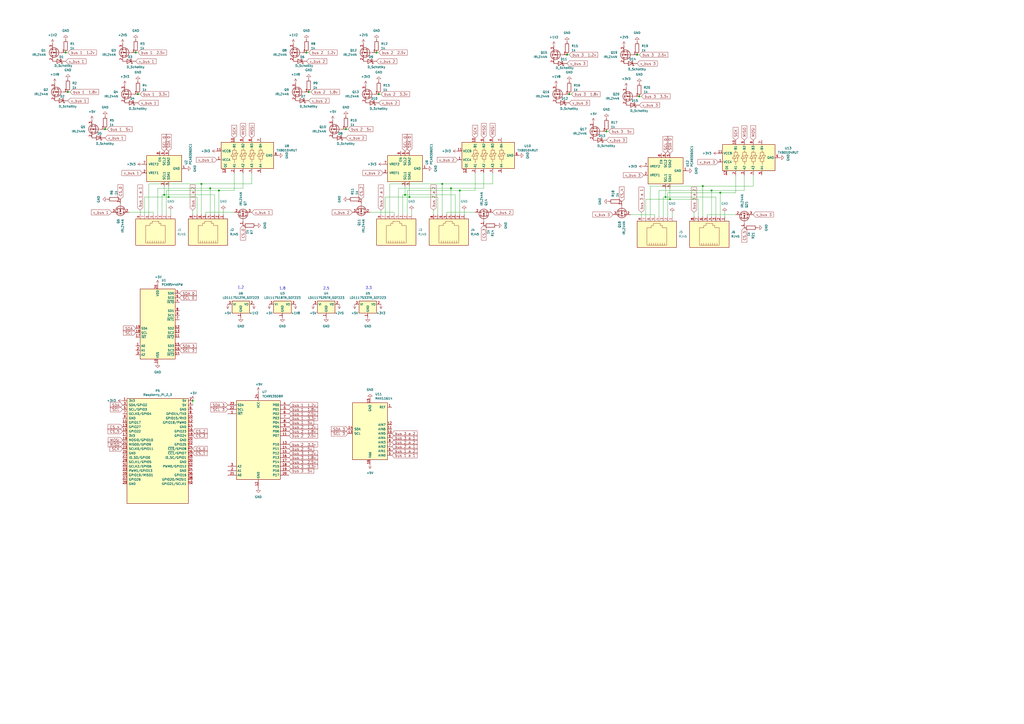
<source format=kicad_sch>
(kicad_sch (version 20231120) (generator "eeschema") (generator_version "8.0")
  (paper "A2")
  (title_block (title "spark4pi-digital-io-2.10") (company "Lightside Instruments AS"))
  (junction (at 95.25 113.03))
  (junction (at 127 110.49))
  (junction (at 407.67 107.95))
  (junction (at 388.62 115.57))
  (junction (at 97.79 114.3))
  (junction (at 256.54 106.68))
  (junction (at 80.01 54.61))
  (junction (at 370.84 55.88))
  (junction (at 121.92 109.22))
  (junction (at 386.08 114.3))
  (junction (at 179.07 53.34))
  (junction (at 38.1 30.48))
  (junction (at 417.83 111.76))
  (junction (at 330.2 54.61))
  (junction (at 218.44 30.48))
  (junction (at 111.76 232.41))
  (junction (at 266.7 110.49))
  (junction (at 261.62 109.22))
  (junction (at 116.84 106.68))
  (junction (at 369.57 31.75))
  (junction (at 351.79 76.2))
  (junction (at 328.93 31.75))
  (junction (at 39.37 53.34))
  (junction (at 177.8 30.48))
  (junction (at 412.75 110.49))
  (junction (at 237.49 114.3))
  (junction (at 78.74 30.48))
  (junction (at 219.71 54.61))
  (junction (at 60.96 74.93))
  (junction (at 200.66 74.93))
  (junction (at 234.95 113.03))
  (wire (pts (xy 127 110.49) (xy 127 124.46)))
  (wire (pts (xy 372.11 55.88) (xy 370.84 55.88)))
  (wire (pts (xy 119.38 124.46) (xy 119.38 123.19)))
  (wire (pts (xy 266.7 110.49) (xy 236.22 110.49)))
  (wire (pts (xy 129.54 124.46) (xy 129.54 121.92)))
  (wire (pts (xy 97.79 114.3) (xy 83.82 114.3)))
  (wire (pts (xy 140.97 100.33) (xy 140.97 109.22)))
  (wire (pts (xy 405.13 115.57) (xy 405.13 125.73)))
  (wire (pts (xy 88.9 123.19) (xy 88.9 124.46)))
  (wire (pts (xy 179.07 30.48) (xy 177.8 30.48)))
  (wire (pts (xy 146.05 100.33) (xy 146.05 106.68)))
  (wire (pts (xy 86.36 106.68) (xy 86.36 124.46)))
  (wire (pts (xy 226.06 106.68) (xy 226.06 124.46)))
  (wire (pts (xy 95.25 113.03) (xy 124.46 113.03)))
  (wire (pts (xy 330.2 31.75) (xy 328.93 31.75)))
  (wire (pts (xy 121.92 109.22) (xy 121.92 124.46)))
  (wire (pts (xy 80.01 30.48) (xy 78.74 30.48)))
  (wire (pts (xy 256.54 106.68) (xy 256.54 124.46)))
  (wire (pts (xy 99.06 124.46) (xy 99.06 121.92)))
  (wire (pts (xy 39.37 30.48) (xy 38.1 30.48)))
  (wire (pts (xy 135.89 110.49) (xy 127 110.49)))
  (wire (pts (xy 388.62 109.22) (xy 388.62 115.57)))
  (wire (pts (xy 81.28 124.46) (xy 81.28 121.92)))
  (wire (pts (xy 412.75 110.49) (xy 412.75 125.73)))
  (wire (pts (xy 96.52 110.49) (xy 96.52 124.46)))
  (wire (pts (xy 74.93 123.19) (xy 88.9 123.19)))
  (wire (pts (xy 95.25 113.03) (xy 93.98 113.03)))
  (wire (pts (xy 254 114.3) (xy 254 124.46)))
  (wire (pts (xy 372.11 125.73) (xy 372.11 123.19)))
  (wire (pts (xy 121.92 109.22) (xy 91.44 109.22)))
  (wire (pts (xy 236.22 110.49) (xy 236.22 124.46)))
  (wire (pts (xy 234.95 107.95) (xy 234.95 113.03)))
  (wire (pts (xy 269.24 124.46) (xy 269.24 121.92)))
  (wire (pts (xy 95.25 107.95) (xy 95.25 113.03)))
  (wire (pts (xy 436.88 107.95) (xy 407.67 107.95)))
  (wire (pts (xy 234.95 113.03) (xy 233.68 113.03)))
  (wire (pts (xy 379.73 124.46) (xy 379.73 125.73)))
  (wire (pts (xy 91.44 109.22) (xy 91.44 124.46)))
  (wire (pts (xy 234.95 113.03) (xy 264.16 113.03)))
  (wire (pts (xy 415.29 114.3) (xy 415.29 125.73)))
  (wire (pts (xy 97.79 107.95) (xy 97.79 114.3)))
  (wire (pts (xy 280.67 109.22) (xy 261.62 109.22)))
  (wire (pts (xy 410.21 124.46) (xy 426.72 124.46)))
  (wire (pts (xy 264.16 113.03) (xy 264.16 124.46)))
  (wire (pts (xy 389.89 125.73) (xy 389.89 123.19)))
  (wire (pts (xy 116.84 106.68) (xy 116.84 124.46)))
  (wire (pts (xy 220.98 124.46) (xy 220.98 121.92)))
  (wire (pts (xy 353.06 76.2) (xy 351.79 76.2)))
  (wire (pts (xy 135.89 100.33) (xy 135.89 110.49)))
  (wire (pts (xy 62.23 74.93) (xy 60.96 74.93)))
  (wire (pts (xy 412.75 110.49) (xy 382.27 110.49)))
  (wire (pts (xy 285.75 106.68) (xy 256.54 106.68)))
  (wire (pts (xy 119.38 123.19) (xy 135.89 123.19)))
  (wire (pts (xy 388.62 115.57) (xy 405.13 115.57)))
  (wire (pts (xy 410.21 125.73) (xy 410.21 124.46)))
  (wire (pts (xy 40.64 53.34) (xy 39.37 53.34)))
  (wire (pts (xy 127 110.49) (xy 96.52 110.49)))
  (wire (pts (xy 275.59 100.33) (xy 275.59 110.49)))
  (wire (pts (xy 201.93 74.93) (xy 200.66 74.93)))
  (wire (pts (xy 97.79 114.3) (xy 114.3 114.3)))
  (wire (pts (xy 237.49 107.95) (xy 237.49 114.3)))
  (wire (pts (xy 387.35 111.76) (xy 387.35 125.73)))
  (wire (pts (xy 407.67 107.95) (xy 377.19 107.95)))
  (wire (pts (xy 386.08 114.3) (xy 415.29 114.3)))
  (wire (pts (xy 386.08 109.22) (xy 386.08 114.3)))
  (wire (pts (xy 93.98 113.03) (xy 93.98 124.46)))
  (wire (pts (xy 386.08 114.3) (xy 384.81 114.3)))
  (wire (pts (xy 407.67 107.95) (xy 407.67 125.73)))
  (wire (pts (xy 384.81 114.3) (xy 384.81 125.73)))
  (wire (pts (xy 223.52 114.3) (xy 223.52 124.46)))
  (wire (pts (xy 114.3 114.3) (xy 114.3 124.46)))
  (wire (pts (xy 431.8 110.49) (xy 412.75 110.49)))
  (wire (pts (xy 402.59 125.73) (xy 402.59 123.19)))
  (wire (pts (xy 426.72 101.6) (xy 426.72 111.76)))
  (wire (pts (xy 426.72 111.76) (xy 417.83 111.76)))
  (wire (pts (xy 81.28 54.61) (xy 80.01 54.61)))
  (wire (pts (xy 111.76 234.95) (xy 111.76 232.41)))
  (wire (pts (xy 251.46 124.46) (xy 251.46 121.92)))
  (wire (pts (xy 431.8 101.6) (xy 431.8 110.49)))
  (wire (pts (xy 261.62 109.22) (xy 261.62 124.46)))
  (wire (pts (xy 331.47 54.61) (xy 330.2 54.61)))
  (wire (pts (xy 417.83 111.76) (xy 417.83 125.73)))
  (wire (pts (xy 275.59 110.49) (xy 266.7 110.49)))
  (wire (pts (xy 266.7 110.49) (xy 266.7 124.46)))
  (wire (pts (xy 219.71 30.48) (xy 218.44 30.48)))
  (wire (pts (xy 365.76 124.46) (xy 379.73 124.46)))
  (wire (pts (xy 280.67 100.33) (xy 280.67 109.22)))
  (wire (pts (xy 370.84 31.75) (xy 369.57 31.75)))
  (wire (pts (xy 388.62 115.57) (xy 374.65 115.57)))
  (wire (pts (xy 231.14 109.22) (xy 231.14 124.46)))
  (wire (pts (xy 233.68 113.03) (xy 233.68 124.46)))
  (wire (pts (xy 124.46 113.03) (xy 124.46 124.46)))
  (wire (pts (xy 220.98 54.61) (xy 219.71 54.61)))
  (wire (pts (xy 436.88 101.6) (xy 436.88 107.95)))
  (wire (pts (xy 261.62 109.22) (xy 231.14 109.22)))
  (wire (pts (xy 228.6 123.19) (xy 228.6 124.46)))
  (wire (pts (xy 214.63 123.19) (xy 228.6 123.19)))
  (wire (pts (xy 237.49 114.3) (xy 223.52 114.3)))
  (wire (pts (xy 111.76 124.46) (xy 111.76 121.92)))
  (wire (pts (xy 116.84 106.68) (xy 86.36 106.68)))
  (wire (pts (xy 377.19 107.95) (xy 377.19 125.73)))
  (wire (pts (xy 382.27 110.49) (xy 382.27 125.73)))
  (wire (pts (xy 238.76 124.46) (xy 238.76 121.92)))
  (wire (pts (xy 83.82 114.3) (xy 83.82 124.46)))
  (wire (pts (xy 285.75 100.33) (xy 285.75 106.68)))
  (wire (pts (xy 417.83 111.76) (xy 387.35 111.76)))
  (wire (pts (xy 259.08 123.19) (xy 275.59 123.19)))
  (wire (pts (xy 259.08 124.46) (xy 259.08 123.19)))
  (wire (pts (xy 180.34 53.34) (xy 179.07 53.34)))
  (wire (pts (xy 374.65 115.57) (xy 374.65 125.73)))
  (wire (pts (xy 237.49 114.3) (xy 254 114.3)))
  (wire (pts (xy 140.97 109.22) (xy 121.92 109.22)))
  (wire (pts (xy 146.05 106.68) (xy 116.84 106.68)))
  (wire (pts (xy 256.54 106.68) (xy 226.06 106.68)))
  (wire (pts (xy 420.37 125.73) (xy 420.37 123.19)))
  (text "2.5" (at 189.23 167.386 0) (effects (font (size 1.524 1.524))))
  (text "1.8" (at 163.83 167.386 0) (effects (font (size 1.524 1.524))))
  (text "1.2" (at 139.7 166.878 0) (effects (font (size 1.524 1.524))))
  (text "3.3" (at 213.868 167.132 0) (effects (font (size 1.524 1.524))))
  (global_label "SCL 0" (shape input) (at 104.14 172.72 0) (effects (font (size 1.524 1.524))) (property "Intersheetrefs" "${INTERSHEET_REFS}" (effects (hide yes))))
  (global_label "v_bus 3" (shape input) (at 436.88 124.46 0) (effects (font (size 1.524 1.524))) (property "Intersheetrefs" "${INTERSHEET_REFS}" (effects (hide yes))))
  (global_label "CS_3" (shape input) (at 111.76 252.73 0) (effects (font (size 1.524 1.524))) (property "Intersheetrefs" "${INTERSHEET_REFS}" (effects (hide yes))))
  (global_label "MISO" (shape input) (at 140.97 80.01 90) (effects (font (size 1.524 1.524))) (property "Intersheetrefs" "${INTERSHEET_REFS}" (effects (hide yes))))
  (global_label "SDA 3" (shape input) (at 201.93 248.92 180) (effects (font (size 1.524 1.524))) (property "Intersheetrefs" "${INTERSHEET_REFS}" (effects (hide yes))))
  (global_label "CS_5" (shape input) (at 71.12 250.19 180) (effects (font (size 1.524 1.524))) (property "Intersheetrefs" "${INTERSHEET_REFS}" (effects (hide yes))))
  (global_label "SDA 0" (shape input) (at 97.79 87.63 90) (effects (font (size 1.524 1.524))) (property "Intersheetrefs" "${INTERSHEET_REFS}" (effects (hide yes))))
  (global_label "CS_2" (shape input) (at 111.76 250.19 0) (effects (font (size 1.524 1.524))) (property "Intersheetrefs" "${INTERSHEET_REFS}" (effects (hide yes))))
  (global_label "bus 1  2.5v" (shape input) (at 80.01 30.48 0) (effects (font (size 1.524 1.524))) (property "Intersheetrefs" "${INTERSHEET_REFS}" (effects (hide yes))))
  (global_label "v_bus 1" (shape input) (at 78.74 35.56 0) (effects (font (size 1.524 1.524))) (property "Intersheetrefs" "${INTERSHEET_REFS}" (effects (hide yes))))
  (global_label "MISO" (shape input) (at 431.8 81.28 90) (effects (font (size 1.524 1.524))) (property "Intersheetrefs" "${INTERSHEET_REFS}" (effects (hide yes))))
  (global_label "v_bus 2" (shape input) (at 177.8 35.56 0) (effects (font (size 1.524 1.524))) (property "Intersheetrefs" "${INTERSHEET_REFS}" (effects (hide yes))))
  (global_label "CS_4" (shape input) (at 360.68 116.84 90) (effects (font (size 1.524 1.524))) (property "Intersheetrefs" "${INTERSHEET_REFS}" (effects (hide yes))))
  (global_label "CS_5" (shape input) (at 431.8 132.08 270) (effects (font (size 1.524 1.524))) (property "Intersheetrefs" "${INTERSHEET_REFS}" (effects (hide yes))))
  (global_label "bus 1 a 2" (shape input) (at 227.33 261.62 0) (effects (font (size 1.524 1.524))) (property "Intersheetrefs" "${INTERSHEET_REFS}" (effects (hide yes))))
  (global_label "bus 1 a 2" (shape input) (at 111.76 121.92 90) (effects (font (size 1.524 1.524))) (property "Intersheetrefs" "${INTERSHEET_REFS}" (effects (hide yes))))
  (global_label "bus 1  3.3v" (shape input) (at 81.28 54.61 0) (effects (font (size 1.524 1.524))) (property "Intersheetrefs" "${INTERSHEET_REFS}" (effects (hide yes))))
  (global_label "bus 3  1.8v" (shape input) (at 331.47 54.61 0) (effects (font (size 1.524 1.524))) (property "Intersheetrefs" "${INTERSHEET_REFS}" (effects (hide yes))))
  (global_label "bus 2  1.2v" (shape input) (at 179.07 30.48 0) (effects (font (size 1.524 1.524))) (property "Intersheetrefs" "${INTERSHEET_REFS}" (effects (hide yes))))
  (global_label "bus 3  5v" (shape input) (at 353.06 76.2 0) (effects (font (size 1.524 1.524))) (property "Intersheetrefs" "${INTERSHEET_REFS}" (effects (hide yes))))
  (global_label "MOSI" (shape input) (at 285.75 80.01 90) (effects (font (size 1.524 1.524))) (property "Intersheetrefs" "${INTERSHEET_REFS}" (effects (hide yes))))
  (global_label "SCL 0" (shape input) (at 386.08 88.9 90) (effects (font (size 1.524 1.524))) (property "Intersheetrefs" "${INTERSHEET_REFS}" (effects (hide yes))))
  (global_label "bus 3  1.2v" (shape input) (at 330.2 31.75 0) (effects (font (size 1.524 1.524))) (property "Intersheetrefs" "${INTERSHEET_REFS}" (effects (hide yes))))
  (global_label "v_bus 1" (shape input) (at 125.73 92.71 180) (effects (font (size 1.524 1.524))) (property "Intersheetrefs" "${INTERSHEET_REFS}" (effects (hide yes))))
  (global_label "bus 3  2.5v" (shape input) (at 167.64 267.97 0) (effects (font (size 1.524 1.524))) (property "Intersheetrefs" "${INTERSHEET_REFS}" (effects (hide yes))))
  (global_label "CS_1" (shape input) (at 111.76 262.89 0) (effects (font (size 1.524 1.524))) (property "Intersheetrefs" "${INTERSHEET_REFS}" (effects (hide yes))))
  (global_label "v_bus 1" (shape input) (at 38.1 35.56 0) (effects (font (size 1.524 1.524))) (property "Intersheetrefs" "${INTERSHEET_REFS}" (effects (hide yes))))
  (global_label "CS_2" (shape input) (at 209.55 115.57 90) (effects (font (size 1.524 1.524))) (property "Intersheetrefs" "${INTERSHEET_REFS}" (effects (hide yes))))
  (global_label "bus 3 a 2" (shape input) (at 227.33 251.46 0) (effects (font (size 1.524 1.524))) (property "Intersheetrefs" "${INTERSHEET_REFS}" (effects (hide yes))))
  (global_label "SCL 3" (shape input) (at 132.08 237.49 180) (effects (font (size 1.524 1.524))) (property "Intersheetrefs" "${INTERSHEET_REFS}" (effects (hide yes))))
  (global_label "v_bus 3" (shape input) (at 369.57 36.83 0) (effects (font (size 1.524 1.524))) (property "Intersheetrefs" "${INTERSHEET_REFS}" (effects (hide yes))))
  (global_label "SCL 3" (shape input) (at 201.93 251.46 180) (effects (font (size 1.524 1.524))) (property "Intersheetrefs" "${INTERSHEET_REFS}" (effects (hide yes))))
  (global_label "SCL 3" (shape input) (at 104.14 203.2 0) (effects (font (size 1.524 1.524))) (property "Intersheetrefs" "${INTERSHEET_REFS}" (effects (hide yes))))
  (global_label "bus 2  5v" (shape input) (at 167.64 260.35 0) (effects (font (size 1.524 1.524))) (property "Intersheetrefs" "${INTERSHEET_REFS}" (effects (hide yes))))
  (global_label "SDA 0" (shape input) (at 104.14 170.18 0) (effects (font (size 1.524 1.524))) (property "Intersheetrefs" "${INTERSHEET_REFS}" (effects (hide yes))))
  (global_label "v_bus 2" (shape input) (at 200.66 80.01 0) (effects (font (size 1.524 1.524))) (property "Intersheetrefs" "${INTERSHEET_REFS}" (effects (hide yes))))
  (global_label "v_bus 3" (shape input) (at 330.2 59.69 0) (effects (font (size 1.524 1.524))) (property "Intersheetrefs" "${INTERSHEET_REFS}" (effects (hide yes))))
  (global_label "CS_4" (shape input) (at 71.12 247.65 180) (effects (font (size 1.524 1.524))) (property "Intersheetrefs" "${INTERSHEET_REFS}" (effects (hide yes))))
  (global_label "CS_0" (shape input) (at 111.76 260.35 0) (effects (font (size 1.524 1.524))) (property "Intersheetrefs" "${INTERSHEET_REFS}" (effects (hide yes))))
  (global_label "bus 3  5v" (shape input) (at 167.64 273.05 0) (effects (font (size 1.524 1.524))) (property "Intersheetrefs" "${INTERSHEET_REFS}" (effects (hide yes))))
  (global_label "v_bus 3" (shape input) (at 355.6 124.46 180) (effects (font (size 1.524 1.524))) (property "Intersheetrefs" "${INTERSHEET_REFS}" (effects (hide yes))))
  (global_label "SCK" (shape input) (at 71.12 260.35 180) (effects (font (size 1.524 1.524))) (property "Intersheetrefs" "${INTERSHEET_REFS}" (effects (hide yes))))
  (global_label "bus 2 a 2" (shape input) (at 251.46 121.92 90) (effects (font (size 1.524 1.524))) (property "Intersheetrefs" "${INTERSHEET_REFS}" (effects (hide yes))))
  (global_label "MOSI" (shape input) (at 146.05 80.01 90) (effects (font (size 1.524 1.524))) (property "Intersheetrefs" "${INTERSHEET_REFS}" (effects (hide yes))))
  (global_label "v_bus 1" (shape input) (at 60.96 80.01 0) (effects (font (size 1.524 1.524))) (property "Intersheetrefs" "${INTERSHEET_REFS}" (effects (hide yes))))
  (global_label "CS_0" (shape input) (at 69.85 115.57 90) (effects (font (size 1.524 1.524))) (property "Intersheetrefs" "${INTERSHEET_REFS}" (effects (hide yes))))
  (global_label "bus 2  1.8v" (shape input) (at 167.64 250.19 0) (effects (font (size 1.524 1.524))) (property "Intersheetrefs" "${INTERSHEET_REFS}" (effects (hide yes))))
  (global_label "SDA 0" (shape input) (at 237.49 87.63 90) (effects (font (size 1.524 1.524))) (property "Intersheetrefs" "${INTERSHEET_REFS}" (effects (hide yes))))
  (global_label "bus 2  5v" (shape input) (at 201.93 74.93 0) (effects (font (size 1.524 1.524))) (property "Intersheetrefs" "${INTERSHEET_REFS}" (effects (hide yes))))
  (global_label "bus 3 a 2" (shape input) (at 402.59 123.19 90) (effects (font (size 1.524 1.524))) (property "Intersheetrefs" "${INTERSHEET_REFS}" (effects (hide yes))))
  (global_label "v_bus 1" (shape input) (at 82.55 100.33 180) (effects (font (size 1.524 1.524))) (property "Intersheetrefs" "${INTERSHEET_REFS}" (effects (hide yes))))
  (global_label "v_bus 2" (shape input) (at 179.07 58.42 0) (effects (font (size 1.524 1.524))) (property "Intersheetrefs" "${INTERSHEET_REFS}" (effects (hide yes))))
  (global_label "bus 3  1.2v" (shape input) (at 167.64 262.89 0) (effects (font (size 1.524 1.524))) (property "Intersheetrefs" "${INTERSHEET_REFS}" (effects (hide yes))))
  (global_label "v_bus 2" (shape input) (at 222.25 100.33 180) (effects (font (size 1.524 1.524))) (property "Intersheetrefs" "${INTERSHEET_REFS}" (effects (hide yes))))
  (global_label "bus 1 a 1" (shape input) (at 227.33 264.16 0) (effects (font (size 1.524 1.524))) (property "Intersheetrefs" "${INTERSHEET_REFS}" (effects (hide yes))))
  (global_label "bus 2  3.3v" (shape input) (at 167.64 257.81 0) (effects (font (size 1.524 1.524))) (property "Intersheetrefs" "${INTERSHEET_REFS}" (effects (hide yes))))
  (global_label "v_bus 3" (shape input) (at 351.79 81.28 0) (effects (font (size 1.524 1.524))) (property "Intersheetrefs" "${INTERSHEET_REFS}" (effects (hide yes))))
  (global_label "bus 2  1.8v" (shape input) (at 180.34 53.34 0) (effects (font (size 1.524 1.524))) (property "Intersheetrefs" "${INTERSHEET_REFS}" (effects (hide yes))))
  (global_label "v_bus 3" (shape input) (at 328.93 36.83 0) (effects (font (size 1.524 1.524))) (property "Intersheetrefs" "${INTERSHEET_REFS}" (effects (hide yes))))
  (global_label "bus 2  3.3v" (shape input) (at 220.98 54.61 0) (effects (font (size 1.524 1.524))) (property "Intersheetrefs" "${INTERSHEET_REFS}" (effects (hide yes))))
  (global_label "bus 1 a 1" (shape input) (at 81.28 121.92 90) (effects (font (size 1.524 1.524))) (property "Intersheetrefs" "${INTERSHEET_REFS}" (effects (hide yes))))
  (global_label "MOSI" (shape input) (at 436.88 81.28 90) (effects (font (size 1.524 1.524))) (property "Intersheetrefs" "${INTERSHEET_REFS}" (effects (hide yes))))
  (global_label "v_bus 1" (shape input) (at 80.01 59.69 0) (effects (font (size 1.524 1.524))) (property "Intersheetrefs" "${INTERSHEET_REFS}" (effects (hide yes))))
  (global_label "bus 1  2.5v" (shape input) (at 167.64 240.03 0) (effects (font (size 1.524 1.524))) (property "Intersheetrefs" "${INTERSHEET_REFS}" (effects (hide yes))))
  (global_label "v_bus 3" (shape input) (at 370.84 60.96 0) (effects (font (size 1.524 1.524))) (property "Intersheetrefs" "${INTERSHEET_REFS}" (effects (hide yes))))
  (global_label "v_bus 1" (shape input) (at 146.05 123.19 0) (effects (font (size 1.524 1.524))) (property "Intersheetrefs" "${INTERSHEET_REFS}" (effects (hide yes))))
  (global_label "bus 3  3.3v" (shape input) (at 372.11 55.88 0) (effects (font (size 1.524 1.524))) (property "Intersheetrefs" "${INTERSHEET_REFS}" (effects (hide yes))))
  (global_label "SCL" (shape input) (at 71.12 237.49 180) (effects (font (size 1.524 1.524))) (property "Intersheetrefs" "${INTERSHEET_REFS}" (effects (hide yes))))
  (global_label "bus 2  1.2v" (shape input) (at 167.64 247.65 0) (effects (font (size 1.524 1.524))) (property "Intersheetrefs" "${INTERSHEET_REFS}" (effects (hide yes))))
  (global_label "bus 1  1.8v" (shape input) (at 40.64 53.34 0) (effects (font (size 1.524 1.524))) (property "Intersheetrefs" "${INTERSHEET_REFS}" (effects (hide yes))))
  (global_label "bus 1  1.8v" (shape input) (at 167.64 237.49 0) (effects (font (size 1.524 1.524))) (property "Intersheetrefs" "${INTERSHEET_REFS}" (effects (hide yes))))
  (global_label "v_bus 2" (shape input) (at 285.75 123.19 0) (effects (font (size 1.524 1.524))) (property "Intersheetrefs" "${INTERSHEET_REFS}" (effects (hide yes))))
  (global_label "CS_3" (shape input) (at 280.67 130.81 270) (effects (font (size 1.524 1.524))) (property "Intersheetrefs" "${INTERSHEET_REFS}" (effects (hide yes))))
  (global_label "v_bus 2" (shape input) (at 204.47 123.19 180) (effects (font (size 1.524 1.524))) (property "Intersheetrefs" "${INTERSHEET_REFS}" (effects (hide yes))))
  (global_label "bus 3 a 1" (shape input) (at 227.33 254 0) (effects (font (size 1.524 1.524))) (property "Intersheetrefs" "${INTERSHEET_REFS}" (effects (hide yes))))
  (global_label "MISO" (shape input) (at 71.12 257.81 180) (effects (font (size 1.524 1.524))) (property "Intersheetrefs" "${INTERSHEET_REFS}" (effects (hide yes))))
  (global_label "SCL 0" (shape input) (at 234.95 87.63 90) (effects (font (size 1.524 1.524))) (property "Intersheetrefs" "${INTERSHEET_REFS}" (effects (hide yes))))
  (global_label "bus 3  3.3v" (shape input) (at 167.64 270.51 0) (effects (font (size 1.524 1.524))) (property "Intersheetrefs" "${INTERSHEET_REFS}" (effects (hide yes))))
  (global_label "SDA 0" (shape input) (at 388.62 88.9 90) (effects (font (size 1.524 1.524))) (property "Intersheetrefs" "${INTERSHEET_REFS}" (effects (hide yes))))
  (global_label "SCK" (shape input) (at 275.59 80.01 90) (effects (font (size 1.524 1.524))) (property "Intersheetrefs" "${INTERSHEET_REFS}" (effects (hide yes))))
  (global_label "bus 2 a 1" (shape input) (at 220.98 121.92 90) (effects (font (size 1.524 1.524))) (property "Intersheetrefs" "${INTERSHEET_REFS}" (effects (hide yes))))
  (global_label "bus 1  1.2v" (shape input) (at 167.64 234.95 0) (effects (font (size 1.524 1.524))) (property "Intersheetrefs" "${INTERSHEET_REFS}" (effects (hide yes))))
  (global_label "bus 3  1.8v" (shape input) (at 167.64 265.43 0) (effects (font (size 1.524 1.524))) (property "Intersheetrefs" "${INTERSHEET_REFS}" (effects (hide yes))))
  (global_label "SDA" (shape input) (at 78.74 190.5 180) (effects (font (size 1.524 1.524))) (property "Intersheetrefs" "${INTERSHEET_REFS}" (effects (hide yes))))
  (global_label "v_bus 1" (shape input) (at 39.37 58.42 0) (effects (font (size 1.524 1.524))) (property "Intersheetrefs" "${INTERSHEET_REFS}" (effects (hide yes))))
  (global_label "v_bus 2" (shape input) (at 219.71 59.69 0) (effects (font (size 1.524 1.524))) (property "Intersheetrefs" "${INTERSHEET_REFS}" (effects (hide yes))))
  (global_label "bus 2  2.5v" (shape input) (at 167.64 252.73 0) (effects (font (size 1.524 1.524))) (property "Intersheetrefs" "${INTERSHEET_REFS}" (effects (hide yes))))
  (global_label "v_bus 2" (shape input) (at 265.43 92.71 180) (effects (font (size 1.524 1.524))) (property "Intersheetrefs" "${INTERSHEET_REFS}" (effects (hide yes))))
  (global_label "SCK" (shape input) (at 135.89 80.01 90) (effects (font (size 1.524 1.524))) (property "Intersheetrefs" "${INTERSHEET_REFS}" (effects (hide yes))))
  (global_label "bus 1  3.3v" (shape input) (at 167.64 242.57 0) (effects (font (size 1.524 1.524))) (property "Intersheetrefs" "${INTERSHEET_REFS}" (effects (hide yes))))
  (global_label "v_bus 3" (shape input) (at 373.38 101.6 180) (effects (font (size 1.524 1.524))) (property "Intersheetrefs" "${INTERSHEET_REFS}" (effects (hide yes))))
  (global_label "bus 1  5v" (shape input) (at 62.23 74.93 0) (effects (font (size 1.524 1.524))) (property "Intersheetrefs" "${INTERSHEET_REFS}" (effects (hide yes))))
  (global_label "bus 3  2.5v" (shape input) (at 370.84 31.75 0) (effects (font (size 1.524 1.524))) (property "Intersheetrefs" "${INTERSHEET_REFS}" (effects (hide yes))))
  (global_label "bus 1  1.2v" (shape input) (at 39.37 30.48 0) (effects (font (size 1.524 1.524))) (property "Intersheetrefs" "${INTERSHEET_REFS}" (effects (hide yes))))
  (global_label "SCK" (shape input) (at 426.72 81.28 90) (effects (font (size 1.524 1.524))) (property "Intersheetrefs" "${INTERSHEET_REFS}" (effects (hide yes))))
  (global_label "SDA 3" (shape input) (at 132.08 234.95 180) (effects (font (size 1.524 1.524))) (property "Intersheetrefs" "${INTERSHEET_REFS}" (effects (hide yes))))
  (global_label "bus 2 a 2" (shape input) (at 227.33 256.54 0) (effects (font (size 1.524 1.524))) (property "Intersheetrefs" "${INTERSHEET_REFS}" (effects (hide yes))))
  (global_label "bus 2  2.5v" (shape input) (at 219.71 30.48 0) (effects (font (size 1.524 1.524))) (property "Intersheetrefs" "${INTERSHEET_REFS}" (effects (hide yes))))
  (global_label "SCL" (shape input) (at 78.74 193.04 180) (effects (font (size 1.524 1.524))) (property "Intersheetrefs" "${INTERSHEET_REFS}" (effects (hide yes))))
  (global_label "MOSI" (shape input) (at 71.12 255.27 180) (effects (font (size 1.524 1.524))) (property "Intersheetrefs" "${INTERSHEET_REFS}" (effects (hide yes))))
  (global_label "v_bus 3" (shape input) (at 416.56 93.98 180) (effects (font (size 1.524 1.524))) (property "Intersheetrefs" "${INTERSHEET_REFS}" (effects (hide yes))))
  (global_label "SCL 0" (shape input) (at 95.25 87.63 90) (effects (font (size 1.524 1.524))) (property "Intersheetrefs" "${INTERSHEET_REFS}" (effects (hide yes))))
  (global_label "bus 1  5v" (shape input) (at 167.64 245.11 0) (effects (font (size 1.524 1.524))) (property "Intersheetrefs" "${INTERSHEET_REFS}" (effects (hide yes))))
  (global_label "v_bus 2" (shape input) (at 218.44 35.56 0) (effects (font (size 1.524 1.524))) (property "Intersheetrefs" "${INTERSHEET_REFS}" (effects (hide yes))))
  (global_label "MISO" (shape input) (at 280.67 80.01 90) (effects (font (size 1.524 1.524))) (property "Intersheetrefs" "${INTERSHEET_REFS}" (effects (hide yes))))
  (global_label "bus 3 a 1" (shape input) (at 372.11 123.19 90) (effects (font (size 1.524 1.524))) (property "Intersheetrefs" "${INTERSHEET_REFS}" (effects (hide yes))))
  (global_label "bus 2 a 1" (shape input) (at 227.33 259.08 0) (effects (font (size 1.524 1.524))) (property "Intersheetrefs" "${INTERSHEET_REFS}" (effects (hide yes))))
  (global_label "CS_0" (shape input) (at 140.97 130.81 270) (effects (font (size 1.524 1.524))) (property "Intersheetrefs" "${INTERSHEET_REFS}" (effects (hide yes))))
  (global_label "v_bus 1" (shape input) (at 64.77 123.19 180) (effects (font (size 1.524 1.524))) (property "Intersheetrefs" "${INTERSHEET_REFS}" (effects (hide yes))))
  (global_label "SDA" (shape input) (at 71.12 234.95 180) (effects (font (size 1.524 1.524))) (property "Intersheetrefs" "${INTERSHEET_REFS}" (effects (hide yes))))
  (global_label "SDA 3" (shape input) (at 104.14 200.66 0) (effects (font (size 1.524 1.524))) (property "Intersheetrefs" "${INTERSHEET_REFS}" (effects (hide yes))))
  (symbol (lib_id "spark:Raspberry_Pi_2_3") (at 91.44 261.62 0) (unit 1)
    (property "Reference" "P5" (at 91.44 226.695 0))
    (property "Value" "Raspberry_Pi_2_3" (at 91.44 229.0064 0))
    (property "Footprint" "spark:PinHeader_2x20_P2.54mm_Vertical_1_04mm" (effects (hide yes)))
  )
  (symbol (lib_id "power:+5V") (at 111.76 232.41 0) (unit 1)
    (property "Reference" "#PWR0149" (effects (hide yes)))
    (property "Value" "+5V" (at 112.141 228.0158 0))
  )
  (symbol (lib_id "Interface:PCA9306DC1") (at 386.08 99.06 90) (unit 1)
    (property "Reference" "U12" (at 398.78 96.8659 0) (effects (justify left)))
    (property "Value" "PCA9306DC1" (at 401.32 96.8659 0) (effects (justify left)))
    (property "Footprint" "Package_SO:VSSOP-8_2.3x2mm_P0.5mm" (effects (hide yes)))
    (property "Datasheet" "https://www.nxp.com/docs/en/data-sheet/PCA9306.pdf" (effects (hide yes)))
    (property "Description" "Dual bidirectional I2C Bus and SMBus voltage level translator, VSSOP-8" (effects (hide yes)))
  )
  (symbol (lib_id "Connector:RJ45") (at 121.92 134.62 90) (unit 1)
    (property "Reference" "J2" (at 133.35 133.3499 90) (effects (justify right)))
    (property "Value" "RJ45" (at 133.35 135.8899 90) (effects (justify right)))
    (property "Footprint" "Connector_RJ:RJ45_Amphenol_54602-x08_Horizontal" (effects (hide yes)))
    (property "Description" "RJ connector, 8P8C (8 positions 8 connected)" (effects (hide yes)))
  )
  (symbol (lib_id "power:+3V3") (at 212.09 49.53 0) (unit 1)
    (property "Reference" "#PWR046" (effects (hide yes)))
    (property "Value" "+3V3" (at 212.09 44.45 0))
    (property "Description" "Power symbol creates a global label with name \"+3V3\"" (effects (hide yes)))
  )
  (symbol (lib_id "Device:R") (at 66.04 115.57 90) (unit 1)
    (property "Reference" "R6" (at 64.7699 113.03 0) (effects (justify left)))
    (property "Value" "1k" (at 67.3099 113.03 0) (effects (justify left)))
    (property "Footprint" "Resistor_SMD:R_01005_0402Metric" (effects (hide yes)))
    (property "Description" "Resistor" (effects (hide yes)))
  )
  (symbol (lib_id "Device:D_Schottky") (at 365.76 36.83 180) (unit 1)
    (property "Reference" "D14" (at 364.998 34.29 0) (effects (justify right)))
    (property "Value" "D_Schottky" (at 364.236 40.132 0) (effects (justify right)))
    (property "Footprint" "Diode_SMD:D_0402_1005Metric" (effects (hide yes)))
    (property "Description" "Schottky diode" (effects (hide yes)))
  )
  (symbol (lib_id "Device:R") (at 144.78 130.81 270) (unit 1)
    (property "Reference" "R7" (at 146.0501 133.35 0) (effects (justify left)))
    (property "Value" "1k" (at 143.5101 133.35 0) (effects (justify left)))
    (property "Footprint" "Resistor_SMD:R_01005_0402Metric" (effects (hide yes)))
    (property "Description" "Resistor" (effects (hide yes)))
  )
  (symbol (lib_name "+5V_3") (lib_id "power:+5V") (at 193.04 69.85 0) (unit 1)
    (property "Reference" "#PWR042" (effects (hide yes)))
    (property "Value" "+5V" (at 193.04 64.77 0))
    (property "Description" "Power symbol creates a global label with name \"+5V\"" (effects (hide yes)))
  )
  (symbol (lib_id "power:GND") (at 60.96 67.31 180) (unit 1)
    (property "Reference" "#PWR027" (effects (hide yes)))
    (property "Value" "GND" (at 60.96 62.23 0))
    (property "Description" "Power symbol creates a global label with name \"GND\" , ground" (effects (hide yes)))
  )
  (symbol (lib_id "Device:D_Schottky") (at 367.03 60.96 180) (unit 1)
    (property "Reference" "D15" (at 366.268 58.42 0) (effects (justify right)))
    (property "Value" "D_Schottky" (at 365.506 64.262 0) (effects (justify right)))
    (property "Footprint" "Diode_SMD:D_0402_1005Metric" (effects (hide yes)))
    (property "Description" "Schottky diode" (effects (hide yes)))
  )
  (symbol (lib_id "Transistor_FET:IRLZ44N") (at 323.85 31.75 180) (unit 1)
    (property "Reference" "Q15" (at 317.5 30.4799 0) (effects (justify left)))
    (property "Value" "IRLZ44N" (at 317.5 33.0199 0) (effects (justify left)))
    (property "Footprint" "Package_TO_SOT_THT:TO-220-3_Vertical" (effects (hide yes)))
    (property "Datasheet" "http://www.irf.com/product-info/datasheets/data/irlz44n.pdf" (effects (hide yes)))
    (property "Description" "47A Id, 55V Vds, 22mOhm Rds Single N-Channel HEXFET Power MOSFET, TO-220AB" (effects (hide yes)))
  )
  (symbol (lib_id "Transistor_FET:IRLZ44N") (at 34.29 53.34 180) (unit 1)
    (property "Reference" "Q2" (at 27.94 52.0699 0) (effects (justify left)))
    (property "Value" "IRLZ44N" (at 27.94 54.6099 0) (effects (justify left)))
    (property "Footprint" "Package_TO_SOT_THT:TO-220-3_Vertical" (effects (hide yes)))
    (property "Datasheet" "http://www.irf.com/product-info/datasheets/data/irlz44n.pdf" (effects (hide yes)))
    (property "Description" "47A Id, 55V Vds, 22mOhm Rds Single N-Channel HEXFET Power MOSFET, TO-220AB" (effects (hide yes)))
  )
  (symbol (lib_name "+5V_2") (lib_id "power:+5V") (at 156.21 176.53 180) (unit 1)
    (property "Reference" "#PWR08" (effects (hide yes)))
    (property "Value" "+5V" (at 156.21 181.61 0))
    (property "Description" "Power symbol creates a global label with name \"+5V\"" (effects (hide yes)))
  )
  (symbol (lib_id "Device:R") (at 39.37 49.53 0) (unit 1)
    (property "Reference" "R2" (at 41.91 48.2599 0) (effects (justify left)))
    (property "Value" "1k" (at 41.91 50.7999 0) (effects (justify left)))
    (property "Footprint" "Resistor_SMD:R_01005_0402Metric" (effects (hide yes)))
    (property "Description" "Resistor" (effects (hide yes)))
  )
  (symbol (lib_id "Logic_LevelTranslator:TXB0104RUT") (at 143.51 90.17 90) (unit 1)
    (property "Reference" "U8" (at 166.37 84.6738 90))
    (property "Value" "TXB0104RUT" (at 166.37 87.2138 90))
    (property "Footprint" "Package_DFN_QFN:Texas_R-PUQFN-N12" (effects (hide yes)))
    (property "Datasheet" "http://www.ti.com/lit/ds/symlink/txb0104.pdf" (effects (hide yes)))
    (property "Description" "4-Bit Bidirectional Voltage-Level Translator, Auto Direction Sensing and ±15-kV ESD Protection, 1.2 - 3.6V APort, 1.65 - 5.5V BPort, Texas_PUQFN-12" (effects (hide yes)))
  )
  (symbol (lib_id "Device:R") (at 80.01 50.8 0) (unit 1)
    (property "Reference" "R4" (at 82.55 49.5299 0) (effects (justify left)))
    (property "Value" "1k" (at 82.55 52.0699 0) (effects (justify left)))
    (property "Footprint" "Resistor_SMD:R_01005_0402Metric" (effects (hide yes)))
    (property "Description" "Resistor" (effects (hide yes)))
  )
  (symbol (lib_id "Connector:RJ45") (at 261.62 134.62 90) (unit 1)
    (property "Reference" "J4" (at 273.05 133.3499 90) (effects (justify right)))
    (property "Value" "RJ45" (at 273.05 135.8899 90) (effects (justify right)))
    (property "Footprint" "Connector_RJ:RJ45_Amphenol_54602-x08_Horizontal" (effects (hide yes)))
    (property "Description" "RJ connector, 8P8C (8 positions 8 connected)" (effects (hide yes)))
  )
  (symbol (lib_id "power:+1V2") (at 147.32 176.53 180) (unit 1)
    (property "Reference" "#PWR02" (effects (hide yes)))
    (property "Value" "+1V2" (at 147.32 181.61 0))
    (property "Description" "Power symbol creates a global label with name \"+1V2\"" (effects (hide yes)))
  )
  (symbol (lib_id "Device:R") (at 328.93 27.94 0) (unit 1)
    (property "Reference" "R15" (at 331.47 26.6699 0) (effects (justify left)))
    (property "Value" "1k" (at 331.47 29.2099 0) (effects (justify left)))
    (property "Footprint" "Resistor_SMD:R_01005_0402Metric" (effects (hide yes)))
    (property "Description" "Resistor" (effects (hide yes)))
  )
  (symbol (lib_id "Device:R") (at 369.57 27.94 0) (unit 1)
    (property "Reference" "R19" (at 372.11 26.6699 0) (effects (justify left)))
    (property "Value" "1k" (at 372.11 29.2099 0) (effects (justify left)))
    (property "Footprint" "Resistor_SMD:R_01005_0402Metric" (effects (hide yes)))
    (property "Description" "Resistor" (effects (hide yes)))
  )
  (symbol (lib_id "power:GND") (at 213.36 184.15 0) (unit 1)
    (property "Reference" "#PWR013" (effects (hide yes)))
    (property "Value" "GND" (at 213.36 189.23 0))
    (property "Description" "Power symbol creates a global label with name \"GND\" , ground" (effects (hide yes)))
  )
  (symbol (lib_id "Transistor_FET:IRLZ44N") (at 214.63 54.61 180) (unit 1)
    (property "Reference" "Q13" (at 208.28 53.3399 0) (effects (justify left)))
    (property "Value" "IRLZ44N" (at 208.28 55.8799 0) (effects (justify left)))
    (property "Footprint" "Package_TO_SOT_THT:TO-220-3_Vertical" (effects (hide yes)))
    (property "Datasheet" "http://www.irf.com/product-info/datasheets/data/irlz44n.pdf" (effects (hide yes)))
    (property "Description" "47A Id, 55V Vds, 22mOhm Rds Single N-Channel HEXFET Power MOSFET, TO-220AB" (effects (hide yes)))
  )
  (symbol (lib_id "power:GND") (at 398.78 99.06 90) (unit 1)
    (property "Reference" "#PWR069" (effects (hide yes)))
    (property "Value" "GND" (at 403.86 99.06 0))
    (property "Description" "Power symbol creates a global label with name \"GND\" , ground" (effects (hide yes)))
  )
  (symbol (lib_id "Device:D_Schottky") (at 173.99 35.56 180) (unit 1)
    (property "Reference" "D6" (at 173.99 33.02 0) (effects (justify right)))
    (property "Value" "D_Schottky" (at 171.196 38.1 0) (effects (justify right)))
    (property "Footprint" "Diode_SMD:D_0402_1005Metric" (effects (hide yes)))
    (property "Description" "Schottky diode" (effects (hide yes)))
  )
  (symbol (lib_id "Regulator_Linear:LD1117S33TR_SOT223") (at 213.36 176.53 0) (unit 1)
    (property "Reference" "U5" (at 213.36 170.18 0))
    (property "Value" "LD1117S33TR_SOT223" (at 213.36 172.72 0))
    (property "Footprint" "Package_TO_SOT_SMD:SOT-223-3_TabPin2" (effects (hide yes)))
    (property "Datasheet" "http://www.st.com/st-web-ui/static/active/en/resource/technical/document/datasheet/CD00000544.pdf" (effects (hide yes)))
    (property "Description" "800mA Fixed Low Drop Positive Voltage Regulator, Fixed Output 3.3V, SOT-223" (effects (hide yes)))
  )
  (symbol (lib_id "power:GND") (at 420.37 123.19 180) (unit 1)
    (property "Reference" "#PWR071" (effects (hide yes)))
    (property "Value" "GND" (at 420.37 118.11 0))
    (property "Description" "Power symbol creates a global label with name \"GND\" , ground" (effects (hide yes)))
  )
  (symbol (lib_id "Device:D_Schottky") (at 76.2 59.69 180) (unit 1)
    (property "Reference" "D4" (at 75.438 57.15 0) (effects (justify right)))
    (property "Value" "D_Schottky" (at 74.676 62.992 0) (effects (justify right)))
    (property "Footprint" "Diode_SMD:D_0402_1005Metric" (effects (hide yes)))
    (property "Description" "Schottky diode" (effects (hide yes)))
  )
  (symbol (lib_id "power:GND") (at 328.93 24.13 180) (unit 1)
    (property "Reference" "#PWR058" (effects (hide yes)))
    (property "Value" "GND" (at 328.93 19.05 0))
    (property "Description" "Power symbol creates a global label with name \"GND\" , ground" (effects (hide yes)))
  )
  (symbol (lib_id "Transistor_FET:IRLZ44N") (at 69.85 120.65 270) (unit 1)
    (property "Reference" "Q6" (at 68.5799 127 0) (effects (justify left)))
    (property "Value" "IRLZ44N" (at 71.1199 127 0) (effects (justify left)))
    (property "Footprint" "Package_TO_SOT_THT:TO-220-3_Vertical" (effects (hide yes)))
    (property "Datasheet" "http://www.irf.com/product-info/datasheets/data/irlz44n.pdf" (effects (hide yes)))
    (property "Description" "47A Id, 55V Vds, 22mOhm Rds Single N-Channel HEXFET Power MOSFET, TO-220AB" (effects (hide yes)))
  )
  (symbol (lib_id "Transistor_FET:IRLZ44N") (at 195.58 74.93 180) (unit 1)
    (property "Reference" "Q10" (at 189.23 73.6599 0) (effects (justify left)))
    (property "Value" "IRLZ44N" (at 189.23 76.1999 0) (effects (justify left)))
    (property "Footprint" "Package_TO_SOT_THT:TO-220-3_Vertical" (effects (hide yes)))
    (property "Datasheet" "http://www.irf.com/product-info/datasheets/data/irlz44n.pdf" (effects (hide yes)))
    (property "Description" "47A Id, 55V Vds, 22mOhm Rds Single N-Channel HEXFET Power MOSFET, TO-220AB" (effects (hide yes)))
  )
  (symbol (lib_id "Transistor_FET:IRLZ44N") (at 33.02 30.48 180) (unit 1)
    (property "Reference" "Q1" (at 26.67 29.2099 0) (effects (justify left)))
    (property "Value" "IRLZ44N" (at 26.67 31.7499 0) (effects (justify left)))
    (property "Footprint" "Package_TO_SOT_THT:TO-220-3_Vertical" (effects (hide yes)))
    (property "Datasheet" "http://www.irf.com/product-info/datasheets/data/irlz44n.pdf" (effects (hide yes)))
    (property "Description" "47A Id, 55V Vds, 22mOhm Rds Single N-Channel HEXFET Power MOSFET, TO-220AB" (effects (hide yes)))
  )
  (symbol (lib_id "Transistor_FET:IRLZ44N") (at 213.36 30.48 180) (unit 1)
    (property "Reference" "Q12" (at 207.01 29.2099 0) (effects (justify left)))
    (property "Value" "IRLZ44N" (at 207.01 31.7499 0) (effects (justify left)))
    (property "Footprint" "Package_TO_SOT_THT:TO-220-3_Vertical" (effects (hide yes)))
    (property "Datasheet" "http://www.irf.com/product-info/datasheets/data/irlz44n.pdf" (effects (hide yes)))
    (property "Description" "47A Id, 55V Vds, 22mOhm Rds Single N-Channel HEXFET Power MOSFET, TO-220AB" (effects (hide yes)))
  )
  (symbol (lib_id "power:+1V2") (at 170.18 25.4 0) (unit 1)
    (property "Reference" "#PWR038" (effects (hide yes)))
    (property "Value" "+1V2" (at 170.18 20.32 0))
    (property "Description" "Power symbol creates a global label with name \"+1V2\"" (effects (hide yes)))
  )
  (symbol (lib_id "power:GND") (at 129.54 121.92 180) (unit 1)
    (property "Reference" "#PWR030" (effects (hide yes)))
    (property "Value" "GND" (at 129.54 116.84 0))
    (property "Description" "Power symbol creates a global label with name \"GND\" , ground" (effects (hide yes)))
  )
  (symbol (lib_id "Device:R") (at 356.87 116.84 90) (unit 1)
    (property "Reference" "R18" (at 355.5999 114.3 0) (effects (justify left)))
    (property "Value" "1k" (at 358.1399 114.3 0) (effects (justify left)))
    (property "Footprint" "Resistor_SMD:R_01005_0402Metric" (effects (hide yes)))
    (property "Description" "Resistor" (effects (hide yes)))
  )
  (symbol (lib_id "Transistor_FET:IRLZ44N") (at 364.49 31.75 180) (unit 1)
    (property "Reference" "Q19" (at 358.14 30.4799 0) (effects (justify left)))
    (property "Value" "IRLZ44N" (at 358.14 33.0199 0) (effects (justify left)))
    (property "Footprint" "Package_TO_SOT_THT:TO-220-3_Vertical" (effects (hide yes)))
    (property "Datasheet" "http://www.irf.com/product-info/datasheets/data/irlz44n.pdf" (effects (hide yes)))
    (property "Description" "47A Id, 55V Vds, 22mOhm Rds Single N-Channel HEXFET Power MOSFET, TO-220AB" (effects (hide yes)))
  )
  (symbol (lib_id "Device:D_Schottky") (at 347.98 81.28 180) (unit 1)
    (property "Reference" "D13" (at 347.218 78.74 0) (effects (justify right)))
    (property "Value" "D_Schottky" (at 346.456 84.582 0) (effects (justify right)))
    (property "Footprint" "Diode_SMD:D_0402_1005Metric" (effects (hide yes)))
    (property "Description" "Schottky diode" (effects (hide yes)))
  )
  (symbol (lib_id "power:GND") (at 201.93 115.57 270) (unit 1)
    (property "Reference" "#PWR044" (effects (hide yes)))
    (property "Value" "GND" (at 196.85 115.57 0))
    (property "Description" "Power symbol creates a global label with name \"GND\" , ground" (effects (hide yes)))
  )
  (symbol (lib_id "power:GND") (at 452.12 91.44 90) (unit 1)
    (property "Reference" "#PWR073" (effects (hide yes)))
    (property "Value" "GND" (at 457.2 91.44 0))
    (property "Description" "Power symbol creates a global label with name \"GND\" , ground" (effects (hide yes)))
  )
  (symbol (lib_id "Transistor_FET:IRLZ44N") (at 73.66 30.48 180) (unit 1)
    (property "Reference" "Q3" (at 67.31 29.2099 0) (effects (justify left)))
    (property "Value" "IRLZ44N" (at 67.31 31.7499 0) (effects (justify left)))
    (property "Footprint" "Package_TO_SOT_THT:TO-220-3_Vertical" (effects (hide yes)))
    (property "Datasheet" "http://www.irf.com/product-info/datasheets/data/irlz44n.pdf" (effects (hide yes)))
    (property "Description" "47A Id, 55V Vds, 22mOhm Rds Single N-Channel HEXFET Power MOSFET, TO-220AB" (effects (hide yes)))
  )
  (symbol (lib_id "power:+3V3") (at 265.43 87.63 90) (unit 1)
    (property "Reference" "#PWR052" (effects (hide yes)))
    (property "Value" "+3V3" (at 261.62 87.6299 90) (effects (justify left)))
    (property "Description" "Power symbol creates a global label with name \"+3V3\"" (effects (hide yes)))
  )
  (symbol (lib_id "Transistor_FET:IRLZ44N") (at 74.93 54.61 180) (unit 1)
    (property "Reference" "Q4" (at 68.58 53.3399 0) (effects (justify left)))
    (property "Value" "IRLZ44N" (at 68.58 55.8799 0) (effects (justify left)))
    (property "Footprint" "Package_TO_SOT_THT:TO-220-3_Vertical" (effects (hide yes)))
    (property "Datasheet" "http://www.irf.com/product-info/datasheets/data/irlz44n.pdf" (effects (hide yes)))
    (property "Description" "47A Id, 55V Vds, 22mOhm Rds Single N-Channel HEXFET Power MOSFET, TO-220AB" (effects (hide yes)))
  )
  (symbol (lib_id "power:GND") (at 300.99 90.17 90) (unit 1)
    (property "Reference" "#PWR055" (effects (hide yes)))
    (property "Value" "GND" (at 306.07 90.17 0))
    (property "Description" "Power symbol creates a global label with name \"GND\" , ground" (effects (hide yes)))
  )
  (symbol (lib_id "power:GND") (at 99.06 121.92 180) (unit 1)
    (property "Reference" "#PWR029" (effects (hide yes)))
    (property "Value" "GND" (at 99.06 116.84 0))
    (property "Description" "Power symbol creates a global label with name \"GND\" , ground" (effects (hide yes)))
  )
  (symbol (lib_id "Device:D_Schottky") (at 35.56 58.42 180) (unit 1)
    (property "Reference" "D2" (at 34.798 55.88 0) (effects (justify right)))
    (property "Value" "D_Schottky" (at 34.036 61.722 0) (effects (justify right)))
    (property "Footprint" "Diode_SMD:D_0402_1005Metric" (effects (hide yes)))
    (property "Description" "Schottky diode" (effects (hide yes)))
  )
  (symbol (lib_id "Device:D_Schottky") (at 196.85 80.01 180) (unit 1)
    (property "Reference" "D8" (at 196.088 77.47 0) (effects (justify right)))
    (property "Value" "D_Schottky" (at 195.326 83.312 0) (effects (justify right)))
    (property "Footprint" "Diode_SMD:D_0402_1005Metric" (effects (hide yes)))
    (property "Description" "Schottky diode" (effects (hide yes)))
  )
  (symbol (lib_name "+5V_3") (lib_id "power:+5V") (at 344.17 71.12 0) (unit 1)
    (property "Reference" "#PWR060" (effects (hide yes)))
    (property "Value" "+5V" (at 344.17 66.04 0))
    (property "Description" "Power symbol creates a global label with name \"+5V\"" (effects (hide yes)))
  )
  (symbol (lib_id "power:GND") (at 389.89 123.19 180) (unit 1)
    (property "Reference" "#PWR068" (effects (hide yes)))
    (property "Value" "GND" (at 389.89 118.11 0))
    (property "Description" "Power symbol creates a global label with name \"GND\" , ground" (effects (hide yes)))
  )
  (symbol (lib_id "power:+1V2") (at 321.31 26.67 0) (unit 1)
    (property "Reference" "#PWR056" (effects (hide yes)))
    (property "Value" "+1V2" (at 321.31 21.59 0))
    (property "Description" "Power symbol creates a global label with name \"+1V2\"" (effects (hide yes)))
  )
  (symbol (lib_id "power:+1V8") (at 171.45 48.26 0) (unit 1)
    (property "Reference" "#PWR039" (effects (hide yes)))
    (property "Value" "+1V8" (at 171.45 43.18 0))
    (property "Description" "Power symbol creates a global label with name \"+1V8\"" (effects (hide yes)))
  )
  (symbol (lib_id "power:+3V3") (at 373.38 96.52 90) (unit 1)
    (property "Reference" "#PWR067" (effects (hide yes)))
    (property "Value" "+3V3" (at 369.57 96.5199 90) (effects (justify left)))
    (property "Description" "Power symbol creates a global label with name \"+3V3\"" (effects (hide yes)))
  )
  (symbol (lib_id "Device:R") (at 219.71 50.8 0) (unit 1)
    (property "Reference" "R13" (at 222.25 49.5299 0) (effects (justify left)))
    (property "Value" "1k" (at 222.25 52.0699 0) (effects (justify left)))
    (property "Footprint" "Resistor_SMD:R_01005_0402Metric" (effects (hide yes)))
    (property "Description" "Resistor" (effects (hide yes)))
  )
  (symbol (lib_id "power:GND") (at 288.29 130.81 90) (unit 1)
    (property "Reference" "#PWR054" (effects (hide yes)))
    (property "Value" "GND" (at 293.37 130.81 0))
    (property "Description" "Power symbol creates a global label with name \"GND\" , ground" (effects (hide yes)))
  )
  (symbol (lib_id "power:GND") (at 238.76 121.92 180) (unit 1)
    (property "Reference" "#PWR050" (effects (hide yes)))
    (property "Value" "GND" (at 238.76 116.84 0))
    (property "Description" "Power symbol creates a global label with name \"GND\" , ground" (effects (hide yes)))
  )
  (symbol (lib_id "Analog_ADC:MAX11614") (at 214.63 251.46 180) (unit 1)
    (property "Reference" "U11" (at 217.6465 228.6 0) (effects (justify right)))
    (property "Value" "MAX11614" (at 217.6465 231.14 0) (effects (justify right)))
    (property "Footprint" "Package_SO:QSOP-16_3.9x4.9mm_P0.635mm" (effects (hide yes)))
    (property "Datasheet" "https://datasheets.maximintegrated.com/en/ds/MAX11612-MAX11617.pdf" (effects (hide yes)))
    (property "Description" "8-channel single-ended or 4-channel, differential, 12-bit ADC, I2C, 4.096V internal reference, 16-QSOP package" (effects (hide yes)))
  )
  (symbol (lib_id "power:+1V2") (at 30.48 25.4 0) (unit 1)
    (property "Reference" "#PWR020" (effects (hide yes)))
    (property "Value" "+1V2" (at 30.48 20.32 0))
    (property "Description" "Power symbol creates a global label with name \"+1V2\"" (effects (hide yes)))
  )
  (symbol (lib_id "power:GND") (at 80.01 46.99 180) (unit 1)
    (property "Reference" "#PWR025" (effects (hide yes)))
    (property "Value" "GND" (at 80.01 41.91 0))
    (property "Description" "Power symbol creates a global label with name \"GND\" , ground" (effects (hide yes)))
  )
  (symbol (lib_id "Transistor_FET:IRLZ44N") (at 360.68 121.92 270) (unit 1)
    (property "Reference" "Q18" (at 359.4099 128.27 0) (effects (justify left)))
    (property "Value" "IRLZ44N" (at 361.9499 128.27 0) (effects (justify left)))
    (property "Footprint" "Package_TO_SOT_THT:TO-220-3_Vertical" (effects (hide yes)))
    (property "Datasheet" "http://www.irf.com/product-info/datasheets/data/irlz44n.pdf" (effects (hide yes)))
    (property "Description" "47A Id, 55V Vds, 22mOhm Rds Single N-Channel HEXFET Power MOSFET, TO-220AB" (effects (hide yes)))
  )
  (symbol (lib_id "Device:R") (at 205.74 115.57 90) (unit 1)
    (property "Reference" "R11" (at 204.4699 113.03 0) (effects (justify left)))
    (property "Value" "1k" (at 207.0099 113.03 0) (effects (justify left)))
    (property "Footprint" "Resistor_SMD:R_01005_0402Metric" (effects (hide yes)))
    (property "Description" "Resistor" (effects (hide yes)))
  )
  (symbol (lib_id "Regulator_Linear:LD1117S18TR_SOT223") (at 163.83 176.53 0) (unit 1)
    (property "Reference" "U3" (at 163.83 170.18 0))
    (property "Value" "LD1117S18TR_SOT223" (at 163.83 172.72 0))
    (property "Footprint" "Package_TO_SOT_SMD:SOT-223-3_TabPin2" (effects (hide yes)))
    (property "Datasheet" "http://www.st.com/st-web-ui/static/active/en/resource/technical/document/datasheet/CD00000544.pdf" (effects (hide yes)))
    (property "Description" "800mA Fixed Low Drop Positive Voltage Regulator, Fixed Output 1.8V, SOT-223" (effects (hide yes)))
  )
  (symbol (lib_id "Device:R") (at 179.07 49.53 0) (unit 1)
    (property "Reference" "R9" (at 181.61 48.2599 0) (effects (justify left)))
    (property "Value" "1k" (at 181.61 50.7999 0) (effects (justify left)))
    (property "Footprint" "Resistor_SMD:R_01005_0402Metric" (effects (hide yes)))
    (property "Description" "Resistor" (effects (hide yes)))
  )
  (symbol (lib_id "power:+1V8") (at 31.75 48.26 0) (unit 1)
    (property "Reference" "#PWR021" (effects (hide yes)))
    (property "Value" "+1V8" (at 31.75 43.18 0))
    (property "Description" "Power symbol creates a global label with name \"+1V8\"" (effects (hide yes)))
  )
  (symbol (lib_id "Interface_Expansion:PCA9544APW") (at 91.44 187.96 0) (unit 1)
    (property "Reference" "U1" (at 93.6341 162.56 0) (effects (justify left)))
    (property "Value" "PCA9544APW" (at 93.6341 165.1 0) (effects (justify left)))
    (property "Footprint" "Package_SO:TSSOP-20_4.4x6.5mm_P0.65mm" (effects (hide yes)))
    (property "Datasheet" "http://www.nxp.com/docs/en/data-sheet/PCA9544A.pdf" (effects (hide yes)))
    (property "Description" "4-channel I2C-bus multiplexer with interrupt logic, TSSOP-20" (effects (hide yes)))
  )
  (symbol (lib_id "power:GND") (at 161.29 90.17 90) (unit 1)
    (property "Reference" "#PWR015" (effects (hide yes)))
    (property "Value" "GND" (at 166.37 90.17 0))
    (property "Description" "Power symbol creates a global label with name \"GND\" , ground" (effects (hide yes)))
  )
  (symbol (lib_id "Device:D_Schottky") (at 74.93 35.56 180) (unit 1)
    (property "Reference" "D3" (at 74.168 33.02 0) (effects (justify right)))
    (property "Value" "D_Schottky" (at 73.406 38.862 0) (effects (justify right)))
    (property "Footprint" "Diode_SMD:D_0402_1005Metric" (effects (hide yes)))
    (property "Description" "Schottky diode" (effects (hide yes)))
  )
  (symbol (lib_id "Device:R") (at 218.44 26.67 0) (unit 1)
    (property "Reference" "R12" (at 220.98 25.3999 0) (effects (justify left)))
    (property "Value" "1k" (at 220.98 27.9399 0) (effects (justify left)))
    (property "Footprint" "Resistor_SMD:R_01005_0402Metric" (effects (hide yes)))
    (property "Description" "Resistor" (effects (hide yes)))
  )
  (symbol (lib_name "+5V_2") (lib_id "power:+5V") (at 181.61 176.53 180) (unit 1)
    (property "Reference" "#PWR07" (effects (hide yes)))
    (property "Value" "+5V" (at 181.61 181.61 0))
    (property "Description" "Power symbol creates a global label with name \"+5V\"" (effects (hide yes)))
  )
  (symbol (lib_id "power:GND") (at 107.95 97.79 90) (unit 1)
    (property "Reference" "#PWR026" (effects (hide yes)))
    (property "Value" "GND" (at 113.03 97.79 0))
    (property "Description" "Power symbol creates a global label with name \"GND\" , ground" (effects (hide yes)))
  )
  (symbol (lib_id "Interface_Expansion:TCA9535DBR") (at 149.86 255.27 0) (unit 1)
    (property "Reference" "U7" (at 152.0541 227.33 0) (effects (justify left)))
    (property "Value" "TCA9535DBR" (at 152.0541 229.87 0) (effects (justify left)))
    (property "Footprint" "Package_SO:SSOP-24_5.3x8.2mm_P0.65mm" (effects (hide yes)))
    (property "Datasheet" "http://www.ti.com/lit/ds/symlink/tca9535.pdf" (effects (hide yes)))
    (property "Description" "16-bit I/O expander, I2C and SMBus interface, interrupts, w/o pull-ups, SSOP-24" (effects (hide yes)))
  )
  (symbol (lib_id "Device:D_Schottky") (at 57.15 80.01 180) (unit 1)
    (property "Reference" "D5" (at 56.388 77.47 0) (effects (justify right)))
    (property "Value" "D_Schottky" (at 55.626 83.312 0) (effects (justify right)))
    (property "Footprint" "Diode_SMD:D_0402_1005Metric" (effects (hide yes)))
    (property "Description" "Schottky diode" (effects (hide yes)))
  )
  (symbol (lib_id "Transistor_FET:IRLZ44N") (at 172.72 30.48 180) (unit 1)
    (property "Reference" "Q8" (at 166.37 29.2099 0) (effects (justify left)))
    (property "Value" "IRLZ44N" (at 166.37 31.7499 0) (effects (justify left)))
    (property "Footprint" "Package_TO_SOT_THT:TO-220-3_Vertical" (effects (hide yes)))
    (property "Datasheet" "http://www.irf.com/product-info/datasheets/data/irlz44n.pdf" (effects (hide yes)))
    (property "Description" "47A Id, 55V Vds, 22mOhm Rds Single N-Channel HEXFET Power MOSFET, TO-220AB" (effects (hide yes)))
  )
  (symbol (lib_id "Transistor_FET:IRLZ44N") (at 325.12 54.61 180) (unit 1)
    (property "Reference" "Q16" (at 318.77 53.3399 0) (effects (justify left)))
    (property "Value" "IRLZ44N" (at 318.77 55.8799 0) (effects (justify left)))
    (property "Footprint" "Package_TO_SOT_THT:TO-220-3_Vertical" (effects (hide yes)))
    (property "Datasheet" "http://www.irf.com/product-info/datasheets/data/irlz44n.pdf" (effects (hide yes)))
    (property "Description" "47A Id, 55V Vds, 22mOhm Rds Single N-Channel HEXFET Power MOSFET, TO-220AB" (effects (hide yes)))
  )
  (symbol (lib_id "Interface:PCA9306DC1") (at 234.95 97.79 90) (unit 1)
    (property "Reference" "U9" (at 247.65 95.5959 0) (effects (justify left)))
    (property "Value" "PCA9306DC1" (at 250.19 95.5959 0) (effects (justify left)))
    (property "Footprint" "Package_SO:VSSOP-8_2.3x2mm_P0.5mm" (effects (hide yes)))
    (property "Datasheet" "https://www.nxp.com/docs/en/data-sheet/PCA9306.pdf" (effects (hide yes)))
    (property "Description" "Dual bidirectional I2C Bus and SMBus voltage level translator, VSSOP-8" (effects (hide yes)))
  )
  (symbol (lib_id "power:+1V8") (at 171.45 176.53 180) (unit 1)
    (property "Reference" "#PWR03" (effects (hide yes)))
    (property "Value" "+1V8" (at 171.45 181.61 0))
    (property "Description" "Power symbol creates a global label with name \"+1V8\"" (effects (hide yes)))
  )
  (symbol (lib_id "power:GND") (at 200.66 67.31 180) (unit 1)
    (property "Reference" "#PWR043" (effects (hide yes)))
    (property "Value" "GND" (at 200.66 62.23 0))
    (property "Description" "Power symbol creates a global label with name \"GND\" , ground" (effects (hide yes)))
  )
  (symbol (lib_id "power:GND") (at 439.42 132.08 90) (unit 1)
    (property "Reference" "#PWR072" (effects (hide yes)))
    (property "Value" "GND" (at 444.5 132.08 0))
    (property "Description" "Power symbol creates a global label with name \"GND\" , ground" (effects (hide yes)))
  )
  (symbol (lib_id "power:+2V5") (at 71.12 25.4 0) (unit 1)
    (property "Reference" "#PWR022" (effects (hide yes)))
    (property "Value" "+2V5" (at 71.12 20.32 0))
    (property "Description" "Power symbol creates a global label with name \"+2V5\"" (effects (hide yes)))
  )
  (symbol (lib_id "Device:D_Schottky") (at 325.12 36.83 180) (unit 1)
    (property "Reference" "D11" (at 325.12 34.29 0) (effects (justify right)))
    (property "Value" "D_Schottky" (at 322.326 39.37 0) (effects (justify right)))
    (property "Footprint" "Diode_SMD:D_0402_1005Metric" (effects (hide yes)))
    (property "Description" "Schottky diode" (effects (hide yes)))
  )
  (symbol (lib_id "power:GND") (at 353.06 116.84 270) (unit 1)
    (property "Reference" "#PWR062" (effects (hide yes)))
    (property "Value" "GND" (at 347.98 116.84 0))
    (property "Description" "Power symbol creates a global label with name \"GND\" , ground" (effects (hide yes)))
  )
  (symbol (lib_id "power:GND") (at 179.07 45.72 180) (unit 1)
    (property "Reference" "#PWR041" (effects (hide yes)))
    (property "Value" "GND" (at 179.07 40.64 0))
    (property "Description" "Power symbol creates a global label with name \"GND\" , ground" (effects (hide yes)))
  )
  (symbol (lib_id "power:+3V3") (at 220.98 176.53 180) (unit 1)
    (property "Reference" "#PWR05" (effects (hide yes)))
    (property "Value" "+3V3" (at 220.98 181.61 0))
    (property "Description" "Power symbol creates a global label with name \"+3V3\"" (effects (hide yes)))
  )
  (symbol (lib_id "power:+3V3") (at 416.56 88.9 90) (unit 1)
    (property "Reference" "#PWR070" (effects (hide yes)))
    (property "Value" "+3V3" (at 412.75 88.8999 90) (effects (justify left)))
    (property "Description" "Power symbol creates a global label with name \"+3V3\"" (effects (hide yes)))
  )
  (symbol (lib_id "power:GND") (at 370.84 48.26 180) (unit 1)
    (property "Reference" "#PWR066" (effects (hide yes)))
    (property "Value" "GND" (at 370.84 43.18 0))
    (property "Description" "Power symbol creates a global label with name \"GND\" , ground" (effects (hide yes)))
  )
  (symbol (lib_id "Device:R") (at 60.96 71.12 0) (unit 1)
    (property "Reference" "R5" (at 63.5 69.8499 0) (effects (justify left)))
    (property "Value" "1k" (at 63.5 72.3899 0) (effects (justify left)))
    (property "Footprint" "Resistor_SMD:R_01005_0402Metric" (effects (hide yes)))
    (property "Description" "Resistor" (effects (hide yes)))
  )
  (symbol (lib_id "Device:R") (at 370.84 52.07 0) (unit 1)
    (property "Reference" "R20" (at 373.38 50.7999 0) (effects (justify left)))
    (property "Value" "1k" (at 373.38 53.3399 0) (effects (justify left)))
    (property "Footprint" "Resistor_SMD:R_01005_0402Metric" (effects (hide yes)))
    (property "Description" "Resistor" (effects (hide yes)))
  )
  (symbol (lib_id "Connector:RJ45") (at 412.75 135.89 90) (unit 1)
    (property "Reference" "J6" (at 424.18 134.6199 90) (effects (justify right)))
    (property "Value" "RJ45" (at 424.18 137.1599 90) (effects (justify right)))
    (property "Footprint" "Connector_RJ:RJ45_Amphenol_54602-x08_Horizontal" (effects (hide yes)))
    (property "Description" "RJ connector, 8P8C (8 positions 8 connected)" (effects (hide yes)))
  )
  (symbol (lib_id "Transistor_FET:IRLZ44N") (at 55.88 74.93 180) (unit 1)
    (property "Reference" "Q5" (at 49.53 73.6599 0) (effects (justify left)))
    (property "Value" "IRLZ44N" (at 49.53 76.1999 0) (effects (justify left)))
    (property "Footprint" "Package_TO_SOT_THT:TO-220-3_Vertical" (effects (hide yes)))
    (property "Datasheet" "http://www.irf.com/product-info/datasheets/data/irlz44n.pdf" (effects (hide yes)))
    (property "Description" "47A Id, 55V Vds, 22mOhm Rds Single N-Channel HEXFET Power MOSFET, TO-220AB" (effects (hide yes)))
  )
  (symbol (lib_id "power:GND") (at 351.79 68.58 180) (unit 1)
    (property "Reference" "#PWR061" (effects (hide yes)))
    (property "Value" "GND" (at 351.79 63.5 0))
    (property "Description" "Power symbol creates a global label with name \"GND\" , ground" (effects (hide yes)))
  )
  (symbol (lib_id "power:GND") (at 189.23 184.15 0) (unit 1)
    (property "Reference" "#PWR012" (effects (hide yes)))
    (property "Value" "GND" (at 189.23 189.23 0))
    (property "Description" "Power symbol creates a global label with name \"GND\" , ground" (effects (hide yes)))
  )
  (symbol (lib_id "Device:R") (at 330.2 50.8 0) (unit 1)
    (property "Reference" "R16" (at 332.74 49.5299 0) (effects (justify left)))
    (property "Value" "1k" (at 332.74 52.0699 0) (effects (justify left)))
    (property "Footprint" "Resistor_SMD:R_01005_0402Metric" (effects (hide yes)))
    (property "Description" "Resistor" (effects (hide yes)))
  )
  (symbol (lib_id "power:+3V3") (at 82.55 95.25 90) (unit 1)
    (property "Reference" "#PWR01" (effects (hide yes)))
    (property "Value" "+3V3" (at 78.74 95.2499 90) (effects (justify left)))
    (property "Description" "Power symbol creates a global label with name \"+3V3\"" (effects (hide yes)))
  )
  (symbol (lib_id "power:+3V3") (at 72.39 49.53 0) (unit 1)
    (property "Reference" "#PWR024" (effects (hide yes)))
    (property "Value" "+3V3" (at 72.39 44.45 0))
    (property "Description" "Power symbol creates a global label with name \"+3V3\"" (effects (hide yes)))
  )
  (symbol (lib_id "Regulator_Linear:LD1117S12TR_SOT223") (at 139.7 176.53 0) (unit 1)
    (property "Reference" "U6" (at 139.7 170.18 0))
    (property "Value" "LD1117S12TR_SOT223" (at 139.7 172.72 0))
    (property "Footprint" "Package_TO_SOT_SMD:SOT-223-3_TabPin2" (effects (hide yes)))
    (property "Datasheet" "http://www.st.com/st-web-ui/static/active/en/resource/technical/document/datasheet/CD00000544.pdf" (effects (hide yes)))
    (property "Description" "800mA Fixed Low Drop Positive Voltage Regulator, Fixed Output 1.2V, SOT-223" (effects (hide yes)))
  )
  (symbol (lib_name "+5V_3") (lib_id "power:+5V") (at 53.34 69.85 0) (unit 1)
    (property "Reference" "#PWR028" (effects (hide yes)))
    (property "Value" "+5V" (at 53.34 64.77 0))
    (property "Description" "Power symbol creates a global label with name \"+5V\"" (effects (hide yes)))
  )
  (symbol (lib_id "Device:R") (at 177.8 26.67 0) (unit 1)
    (property "Reference" "R8" (at 180.34 25.3999 0) (effects (justify left)))
    (property "Value" "1k" (at 180.34 27.9399 0) (effects (justify left)))
    (property "Footprint" "Resistor_SMD:R_01005_0402Metric" (effects (hide yes)))
    (property "Description" "Resistor" (effects (hide yes)))
  )
  (symbol (lib_id "power:GND") (at 269.24 121.92 180) (unit 1)
    (property "Reference" "#PWR053" (effects (hide yes)))
    (property "Value" "GND" (at 269.24 116.84 0))
    (property "Description" "Power symbol creates a global label with name \"GND\" , ground" (effects (hide yes)))
  )
  (symbol (lib_id "power:GND") (at 163.83 184.15 0) (unit 1)
    (property "Reference" "#PWR011" (effects (hide yes)))
    (property "Value" "GND" (at 163.83 189.23 0))
    (property "Description" "Power symbol creates a global label with name \"GND\" , ground" (effects (hide yes)))
  )
  (symbol (lib_id "power:GND") (at 219.71 46.99 180) (unit 1)
    (property "Reference" "#PWR048" (effects (hide yes)))
    (property "Value" "GND" (at 219.71 41.91 0))
    (property "Description" "Power symbol creates a global label with name \"GND\" , ground" (effects (hide yes)))
  )
  (symbol (lib_name "+5V_2") (lib_id "power:+5V") (at 205.74 176.53 180) (unit 1)
    (property "Reference" "#PWR06" (effects (hide yes)))
    (property "Value" "+5V" (at 205.74 181.61 0))
    (property "Description" "Power symbol creates a global label with name \"+5V\"" (effects (hide yes)))
  )
  (symbol (lib_id "power:GND") (at 38.1 22.86 180) (unit 1)
    (property "Reference" "#PWR018" (effects (hide yes)))
    (property "Value" "GND" (at 38.1 17.78 0))
    (property "Description" "Power symbol creates a global label with name \"GND\" , ground" (effects (hide yes)))
  )
  (symbol (lib_id "power:+2V5") (at 210.82 25.4 0) (unit 1)
    (property "Reference" "#PWR045" (effects (hide yes)))
    (property "Value" "+2V5" (at 210.82 20.32 0))
    (property "Description" "Power symbol creates a global label with name \"+2V5\"" (effects (hide yes)))
  )
  (symbol (lib_id "Interface:PCA9306DC1") (at 95.25 97.79 90) (unit 1)
    (property "Reference" "U2" (at 107.95 95.5959 0) (effects (justify left)))
    (property "Value" "PCA9306DC1" (at 110.49 95.5959 0) (effects (justify left)))
    (property "Footprint" "Package_SO:VSSOP-8_2.3x2mm_P0.5mm" (effects (hide yes)))
    (property "Datasheet" "https://www.nxp.com/docs/en/data-sheet/PCA9306.pdf" (effects (hide yes)))
    (property "Description" "Dual bidirectional I2C Bus and SMBus voltage level translator, VSSOP-8" (effects (hide yes)))
  )
  (symbol (lib_id "Connector:RJ45") (at 231.14 134.62 90) (unit 1)
    (property "Reference" "J3" (at 242.57 133.3499 90) (effects (justify right)))
    (property "Value" "RJ45" (at 242.57 135.8899 90) (effects (justify right)))
    (property "Footprint" "Connector_RJ:RJ45_Amphenol_54602-x08_Horizontal" (effects (hide yes)))
    (property "Description" "RJ connector, 8P8C (8 positions 8 connected)" (effects (hide yes)))
  )
  (symbol (lib_id "power:+3V3") (at 125.73 87.63 90) (unit 1)
    (property "Reference" "#PWR035" (effects (hide yes)))
    (property "Value" "+3V3" (at 121.92 87.6299 90) (effects (justify left)))
    (property "Description" "Power symbol creates a global label with name \"+3V3\"" (effects (hide yes)))
  )
  (symbol (lib_id "Device:D_Schottky") (at 175.26 58.42 180) (unit 1)
    (property "Reference" "D7" (at 174.498 55.88 0) (effects (justify right)))
    (property "Value" "D_Schottky" (at 173.736 61.722 0) (effects (justify right)))
    (property "Footprint" "Diode_SMD:D_0402_1005Metric" (effects (hide yes)))
    (property "Description" "Schottky diode" (effects (hide yes)))
  )
  (symbol (lib_id "Transistor_FET:IRLZ44N") (at 140.97 125.73 90) (unit 1)
    (property "Reference" "Q7" (at 142.2401 119.38 0) (effects (justify left)))
    (property "Value" "IRLZ44N" (at 139.7001 119.38 0) (effects (justify left)))
    (property "Footprint" "Package_TO_SOT_THT:TO-220-3_Vertical" (effects (hide yes)))
    (property "Datasheet" "http://www.irf.com/product-info/datasheets/data/irlz44n.pdf" (effects (hide yes)))
    (property "Description" "47A Id, 55V Vds, 22mOhm Rds Single N-Channel HEXFET Power MOSFET, TO-220AB" (effects (hide yes)))
  )
  (symbol (lib_id "Device:D_Schottky") (at 34.29 35.56 180) (unit 1)
    (property "Reference" "D1" (at 34.29 33.02 0) (effects (justify right)))
    (property "Value" "D_Schottky" (at 31.496 38.1 0) (effects (justify right)))
    (property "Footprint" "Diode_SMD:D_0402_1005Metric" (effects (hide yes)))
    (property "Description" "Schottky diode" (effects (hide yes)))
  )
  (symbol (lib_id "power:+5V") (at 149.86 227.33 0) (unit 1)
    (property "Reference" "#PWR016" (effects (hide yes)))
    (property "Value" "+5V" (at 150.241 222.9358 0))
  )
  (symbol (lib_id "power:+5V") (at 91.44 165.1 0) (unit 1)
    (property "Reference" "#PWR033" (effects (hide yes)))
    (property "Value" "+5V" (at 91.821 160.7058 0))
  )
  (symbol (lib_id "Device:R") (at 435.61 132.08 270) (unit 1)
    (property "Reference" "R21" (at 436.8801 134.62 0) (effects (justify left)))
    (property "Value" "1k" (at 434.3401 134.62 0) (effects (justify left)))
    (property "Footprint" "Resistor_SMD:R_01005_0402Metric" (effects (hide yes)))
    (property "Description" "Resistor" (effects (hide yes)))
  )
  (symbol (lib_id "power:GND") (at 139.7 184.15 0) (unit 1)
    (property "Reference" "#PWR010" (effects (hide yes)))
    (property "Value" "GND" (at 139.7 189.23 0))
    (property "Description" "Power symbol creates a global label with name \"GND\" , ground" (effects (hide yes)))
  )
  (symbol (lib_id "power:+2V5") (at 361.95 26.67 0) (unit 1)
    (property "Reference" "#PWR063" (effects (hide yes)))
    (property "Value" "+2V5" (at 361.95 21.59 0))
    (property "Description" "Power symbol creates a global label with name \"+2V5\"" (effects (hide yes)))
  )
  (symbol (lib_id "power:GND") (at 149.86 283.21 0) (unit 1)
    (property "Reference" "#PWR017" (effects (hide yes)))
    (property "Value" "GND" (at 149.86 288.29 0))
    (property "Description" "Power symbol creates a global label with name \"GND\" , ground" (effects (hide yes)))
  )
  (symbol (lib_id "Device:D_Schottky") (at 215.9 59.69 180) (unit 1)
    (property "Reference" "D10" (at 215.138 57.15 0) (effects (justify right)))
    (property "Value" "D_Schottky" (at 214.376 62.992 0) (effects (justify right)))
    (property "Footprint" "Diode_SMD:D_0402_1005Metric" (effects (hide yes)))
    (property "Description" "Schottky diode" (effects (hide yes)))
  )
  (symbol (lib_id "power:GND") (at 214.63 231.14 180) (unit 1)
    (property "Reference" "#PWR031" (effects (hide yes)))
    (property "Value" "GND" (at 214.63 226.06 0))
    (property "Description" "Power symbol creates a global label with name \"GND\" , ground" (effects (hide yes)))
  )
  (symbol (lib_id "power:+2V5") (at 196.85 176.53 180) (unit 1)
    (property "Reference" "#PWR04" (effects (hide yes)))
    (property "Value" "+2V5" (at 196.85 181.61 0))
    (property "Description" "Power symbol creates a global label with name \"+2V5\"" (effects (hide yes)))
  )
  (symbol (lib_id "Connector:RJ45") (at 382.27 135.89 90) (unit 1)
    (property "Reference" "J5" (at 393.7 134.6199 90) (effects (justify right)))
    (property "Value" "RJ45" (at 393.7 137.1599 90) (effects (justify right)))
    (property "Footprint" "Connector_RJ:RJ45_Amphenol_54602-x08_Horizontal" (effects (hide yes)))
    (property "Description" "RJ connector, 8P8C (8 positions 8 connected)" (effects (hide yes)))
  )
  (symbol (lib_id "Device:R") (at 284.48 130.81 270) (unit 1)
    (property "Reference" "R14" (at 285.7501 133.35 0) (effects (justify left)))
    (property "Value" "1k" (at 283.2101 133.35 0) (effects (justify left)))
    (property "Footprint" "Resistor_SMD:R_01005_0402Metric" (effects (hide yes)))
    (property "Description" "Resistor" (effects (hide yes)))
  )
  (symbol (lib_id "Logic_LevelTranslator:TXB0104RUT") (at 434.34 91.44 90) (unit 1)
    (property "Reference" "U13" (at 457.2 85.9438 90))
    (property "Value" "TXB0104RUT" (at 457.2 88.4838 90))
    (property "Footprint" "Package_DFN_QFN:Texas_R-PUQFN-N12" (effects (hide yes)))
    (property "Datasheet" "http://www.ti.com/lit/ds/symlink/txb0104.pdf" (effects (hide yes)))
    (property "Description" "4-Bit Bidirectional Voltage-Level Translator, Auto Direction Sensing and ±15-kV ESD Protection, 1.2 - 3.6V APort, 1.65 - 5.5V BPort, Texas_PUQFN-12" (effects (hide yes)))
  )
  (symbol (lib_id "power:GND") (at 148.59 130.81 90) (unit 1)
    (property "Reference" "#PWR037" (effects (hide yes)))
    (property "Value" "GND" (at 153.67 130.81 0))
    (property "Description" "Power symbol creates a global label with name \"GND\" , ground" (effects (hide yes)))
  )
  (symbol (lib_id "Device:R") (at 38.1 26.67 0) (unit 1)
    (property "Reference" "R1" (at 40.64 25.3999 0) (effects (justify left)))
    (property "Value" "1k" (at 40.64 27.9399 0) (effects (justify left)))
    (property "Footprint" "Resistor_SMD:R_01005_0402Metric" (effects (hide yes)))
    (property "Description" "Resistor" (effects (hide yes)))
  )
  (symbol (lib_id "Transistor_FET:IRLZ44N") (at 173.99 53.34 180) (unit 1)
    (property "Reference" "Q9" (at 167.64 52.0699 0) (effects (justify left)))
    (property "Value" "IRLZ44N" (at 167.64 54.6099 0) (effects (justify left)))
    (property "Footprint" "Package_TO_SOT_THT:TO-220-3_Vertical" (effects (hide yes)))
    (property "Datasheet" "http://www.irf.com/product-info/datasheets/data/irlz44n.pdf" (effects (hide yes)))
    (property "Description" "47A Id, 55V Vds, 22mOhm Rds Single N-Channel HEXFET Power MOSFET, TO-220AB" (effects (hide yes)))
  )
  (symbol (lib_id "power:+3V3") (at 222.25 95.25 90) (unit 1)
    (property "Reference" "#PWR049" (effects (hide yes)))
    (property "Value" "+3V3" (at 218.44 95.2499 90) (effects (justify left)))
    (property "Description" "Power symbol creates a global label with name \"+3V3\"" (effects (hide yes)))
  )
  (symbol (lib_name "+5V_4") (lib_id "power:+5V") (at 214.63 269.24 180) (unit 1)
    (property "Reference" "#PWR032" (effects (hide yes)))
    (property "Value" "+5V" (at 214.63 274.32 0))
    (property "Description" "Power symbol creates a global label with name \"+5V\"" (effects (hide yes)))
  )
  (symbol (lib_id "power:+1V8") (at 322.58 49.53 0) (unit 1)
    (property "Reference" "#PWR057" (effects (hide yes)))
    (property "Value" "+1V8" (at 322.58 44.45 0))
    (property "Description" "Power symbol creates a global label with name \"+1V8\"" (effects (hide yes)))
  )
  (symbol (lib_id "Transistor_FET:IRLZ44N") (at 431.8 127 90) (unit 1)
    (property "Reference" "Q21" (at 433.0701 120.65 0) (effects (justify left)))
    (property "Value" "IRLZ44N" (at 430.5301 120.65 0) (effects (justify left)))
    (property "Footprint" "Package_TO_SOT_THT:TO-220-3_Vertical" (effects (hide yes)))
    (property "Datasheet" "http://www.irf.com/product-info/datasheets/data/irlz44n.pdf" (effects (hide yes)))
    (property "Description" "47A Id, 55V Vds, 22mOhm Rds Single N-Channel HEXFET Power MOSFET, TO-220AB" (effects (hide yes)))
  )
  (symbol (lib_id "Device:R") (at 351.79 72.39 0) (unit 1)
    (property "Reference" "R17" (at 354.33 71.1199 0) (effects (justify left)))
    (property "Value" "1k" (at 354.33 73.6599 0) (effects (justify left)))
    (property "Footprint" "Resistor_SMD:R_01005_0402Metric" (effects (hide yes)))
    (property "Description" "Resistor" (effects (hide yes)))
  )
  (symbol (lib_id "Device:D_Schottky") (at 214.63 35.56 180) (unit 1)
    (property "Reference" "D9" (at 213.868 33.02 0) (effects (justify right)))
    (property "Value" "D_Schottky" (at 213.106 38.862 0) (effects (justify right)))
    (property "Footprint" "Diode_SMD:D_0402_1005Metric" (effects (hide yes)))
    (property "Description" "Schottky diode" (effects (hide yes)))
  )
  (symbol (lib_id "power:GND") (at 369.57 24.13 180) (unit 1)
    (property "Reference" "#PWR065" (effects (hide yes)))
    (property "Value" "GND" (at 369.57 19.05 0))
    (property "Description" "Power symbol creates a global label with name \"GND\" , ground" (effects (hide yes)))
  )
  (symbol (lib_id "power:GND") (at 330.2 46.99 180) (unit 1)
    (property "Reference" "#PWR059" (effects (hide yes)))
    (property "Value" "GND" (at 330.2 41.91 0))
    (property "Description" "Power symbol creates a global label with name \"GND\" , ground" (effects (hide yes)))
  )
  (symbol (lib_id "power:GND") (at 247.65 97.79 90) (unit 1)
    (property "Reference" "#PWR051" (effects (hide yes)))
    (property "Value" "GND" (at 252.73 97.79 0))
    (property "Description" "Power symbol creates a global label with name \"GND\" , ground" (effects (hide yes)))
  )
  (symbol (lib_id "Device:D_Schottky") (at 326.39 59.69 180) (unit 1)
    (property "Reference" "D12" (at 325.628 57.15 0) (effects (justify right)))
    (property "Value" "D_Schottky" (at 324.866 62.992 0) (effects (justify right)))
    (property "Footprint" "Diode_SMD:D_0402_1005Metric" (effects (hide yes)))
    (property "Description" "Schottky diode" (effects (hide yes)))
  )
  (symbol (lib_id "Device:R") (at 200.66 71.12 0) (unit 1)
    (property "Reference" "R10" (at 203.2 69.8499 0) (effects (justify left)))
    (property "Value" "1k" (at 203.2 72.3899 0) (effects (justify left)))
    (property "Footprint" "Resistor_SMD:R_01005_0402Metric" (effects (hide yes)))
    (property "Description" "Resistor" (effects (hide yes)))
  )
  (symbol (lib_id "Transistor_FET:IRLZ44N") (at 346.71 76.2 180) (unit 1)
    (property "Reference" "Q17" (at 340.36 74.9299 0) (effects (justify left)))
    (property "Value" "IRLZ44N" (at 340.36 77.4699 0) (effects (justify left)))
    (property "Footprint" "Package_TO_SOT_THT:TO-220-3_Vertical" (effects (hide yes)))
    (property "Datasheet" "http://www.irf.com/product-info/datasheets/data/irlz44n.pdf" (effects (hide yes)))
    (property "Description" "47A Id, 55V Vds, 22mOhm Rds Single N-Channel HEXFET Power MOSFET, TO-220AB" (effects (hide yes)))
  )
  (symbol (lib_id "Device:R") (at 78.74 26.67 0) (unit 1)
    (property "Reference" "R3" (at 81.28 25.3999 0) (effects (justify left)))
    (property "Value" "1k" (at 81.28 27.9399 0) (effects (justify left)))
    (property "Footprint" "Resistor_SMD:R_01005_0402Metric" (effects (hide yes)))
    (property "Description" "Resistor" (effects (hide yes)))
  )
  (symbol (lib_id "power:+3V3") (at 363.22 50.8 0) (unit 1)
    (property "Reference" "#PWR064" (effects (hide yes)))
    (property "Value" "+3V3" (at 363.22 45.72 0))
    (property "Description" "Power symbol creates a global label with name \"+3V3\"" (effects (hide yes)))
  )
  (symbol (lib_id "Regulator_Linear:LD1117S25TR_SOT223") (at 189.23 176.53 0) (unit 1)
    (property "Reference" "U4" (at 189.23 170.18 0))
    (property "Value" "LD1117S25TR_SOT223" (at 189.23 172.72 0))
    (property "Footprint" "Package_TO_SOT_SMD:SOT-223-3_TabPin2" (effects (hide yes)))
    (property "Datasheet" "http://www.st.com/st-web-ui/static/active/en/resource/technical/document/datasheet/CD00000544.pdf" (effects (hide yes)))
    (property "Description" "800mA Fixed Low Drop Positive Voltage Regulator, Fixed Output 2.5V, SOT-223" (effects (hide yes)))
  )
  (symbol (lib_id "power:GND") (at 218.44 22.86 180) (unit 1)
    (property "Reference" "#PWR047" (effects (hide yes)))
    (property "Value" "GND" (at 218.44 17.78 0))
    (property "Description" "Power symbol creates a global label with name \"GND\" , ground" (effects (hide yes)))
  )
  (symbol (lib_id "Transistor_FET:IRLZ44N") (at 209.55 120.65 270) (unit 1)
    (property "Reference" "Q11" (at 208.2799 127 0) (effects (justify left)))
    (property "Value" "IRLZ44N" (at 210.8199 127 0) (effects (justify left)))
    (property "Footprint" "Package_TO_SOT_THT:TO-220-3_Vertical" (effects (hide yes)))
    (property "Datasheet" "http://www.irf.com/product-info/datasheets/data/irlz44n.pdf" (effects (hide yes)))
    (property "Description" "47A Id, 55V Vds, 22mOhm Rds Single N-Channel HEXFET Power MOSFET, TO-220AB" (effects (hide yes)))
  )
  (symbol (lib_id "power:GND") (at 91.44 210.82 0) (unit 1)
    (property "Reference" "#PWR034" (effects (hide yes)))
    (property "Value" "GND" (at 91.44 215.9 0))
    (property "Description" "Power symbol creates a global label with name \"GND\" , ground" (effects (hide yes)))
  )
  (symbol (lib_id "Logic_LevelTranslator:TXB0104RUT") (at 283.21 90.17 90) (unit 1)
    (property "Reference" "U10" (at 306.07 84.6738 90))
    (property "Value" "TXB0104RUT" (at 306.07 87.2138 90))
    (property "Footprint" "Package_DFN_QFN:Texas_R-PUQFN-N12" (effects (hide yes)))
    (property "Datasheet" "http://www.ti.com/lit/ds/symlink/txb0104.pdf" (effects (hide yes)))
    (property "Description" "4-Bit Bidirectional Voltage-Level Translator, Auto Direction Sensing and ±15-kV ESD Protection, 1.2 - 3.6V APort, 1.65 - 5.5V BPort, Texas_PUQFN-12" (effects (hide yes)))
  )
  (symbol (lib_id "power:GND") (at 39.37 45.72 180) (unit 1)
    (property "Reference" "#PWR019" (effects (hide yes)))
    (property "Value" "GND" (at 39.37 40.64 0))
    (property "Description" "Power symbol creates a global label with name \"GND\" , ground" (effects (hide yes)))
  )
  (symbol (lib_id "Transistor_FET:IRLZ44N") (at 365.76 55.88 180) (unit 1)
    (property "Reference" "Q20" (at 359.41 54.6099 0) (effects (justify left)))
    (property "Value" "IRLZ44N" (at 359.41 57.1499 0) (effects (justify left)))
    (property "Footprint" "Package_TO_SOT_THT:TO-220-3_Vertical" (effects (hide yes)))
    (property "Datasheet" "http://www.irf.com/product-info/datasheets/data/irlz44n.pdf" (effects (hide yes)))
    (property "Description" "47A Id, 55V Vds, 22mOhm Rds Single N-Channel HEXFET Power MOSFET, TO-220AB" (effects (hide yes)))
  )
  (symbol (lib_id "Transistor_FET:IRLZ44N") (at 280.67 125.73 90) (unit 1)
    (property "Reference" "Q14" (at 281.9401 119.38 0) (effects (justify left)))
    (property "Value" "IRLZ44N" (at 279.4001 119.38 0) (effects (justify left)))
    (property "Footprint" "Package_TO_SOT_THT:TO-220-3_Vertical" (effects (hide yes)))
    (property "Datasheet" "http://www.irf.com/product-info/datasheets/data/irlz44n.pdf" (effects (hide yes)))
    (property "Description" "47A Id, 55V Vds, 22mOhm Rds Single N-Channel HEXFET Power MOSFET, TO-220AB" (effects (hide yes)))
  )
  (symbol (lib_id "power:GND") (at 78.74 22.86 180) (unit 1)
    (property "Reference" "#PWR023" (effects (hide yes)))
    (property "Value" "GND" (at 78.74 17.78 0))
    (property "Description" "Power symbol creates a global label with name \"GND\" , ground" (effects (hide yes)))
  )
  (symbol (lib_id "power:GND") (at 62.23 115.57 270) (unit 1)
    (property "Reference" "#PWR036" (effects (hide yes)))
    (property "Value" "GND" (at 57.15 115.57 0))
    (property "Description" "Power symbol creates a global label with name \"GND\" , ground" (effects (hide yes)))
  )
  (symbol (lib_name "+5V_2") (lib_id "power:+5V") (at 132.08 176.53 180) (unit 1)
    (property "Reference" "#PWR09" (effects (hide yes)))
    (property "Value" "+5V" (at 132.08 181.61 0))
    (property "Description" "Power symbol creates a global label with name \"+5V\"" (effects (hide yes)))
  )
  (symbol (lib_id "power:+3V3") (at 71.12 232.41 90) (unit 1)
    (property "Reference" "#PWR014" (effects (hide yes)))
    (property "Value" "+3V3" (at 67.31 232.4099 90) (effects (justify left)))
    (property "Description" "Power symbol creates a global label with name \"+3V3\"" (effects (hide yes)))
  )
  (symbol (lib_id "Connector:RJ45") (at 91.44 134.62 90) (unit 1)
    (property "Reference" "J1" (at 102.87 133.3499 90) (effects (justify right)))
    (property "Value" "RJ45" (at 102.87 135.8899 90) (effects (justify right)))
    (property "Footprint" "Connector_RJ:RJ45_Amphenol_54602-x08_Horizontal" (effects (hide yes)))
    (property "Description" "RJ connector, 8P8C (8 positions 8 connected)" (effects (hide yes)))
  )
  (symbol (lib_id "power:GND") (at 177.8 22.86 180) (unit 1)
    (property "Reference" "#PWR040" (effects (hide yes)))
    (property "Value" "GND" (at 177.8 17.78 0))
    (property "Description" "Power symbol creates a global label with name \"GND\" , ground" (effects (hide yes)))
  )
)
</source>
